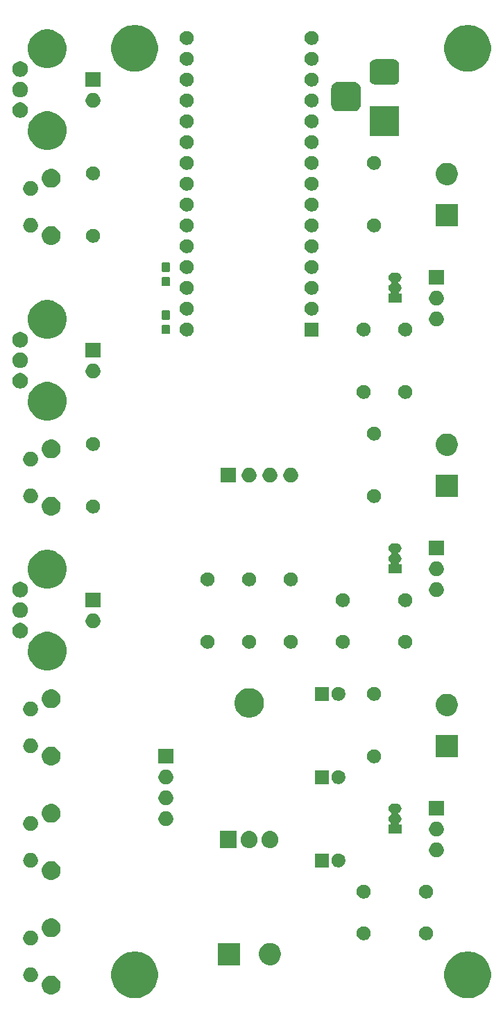
<source format=gbr>
G04 #@! TF.GenerationSoftware,KiCad,Pcbnew,5.1.5+dfsg1-2build2*
G04 #@! TF.CreationDate,2021-03-26T16:18:19-07:00*
G04 #@! TF.ProjectId,ssrcontroller_mcu,73737263-6f6e-4747-926f-6c6c65725f6d,rev?*
G04 #@! TF.SameCoordinates,Original*
G04 #@! TF.FileFunction,Soldermask,Top*
G04 #@! TF.FilePolarity,Negative*
%FSLAX46Y46*%
G04 Gerber Fmt 4.6, Leading zero omitted, Abs format (unit mm)*
G04 Created by KiCad (PCBNEW 5.1.5+dfsg1-2build2) date 2021-03-26 16:18:19*
%MOMM*%
%LPD*%
G04 APERTURE LIST*
%ADD10C,0.100000*%
G04 APERTURE END LIST*
D10*
X55205000Y-177780000D02*
G75*
G03X55205000Y-177780000I-635000J0D01*
G01*
X55205000Y-170780000D02*
G75*
G03X55205000Y-170780000I-635000J0D01*
G01*
X52514500Y-172030000D02*
G75*
G03X52514500Y-172030000I-444500J0D01*
G01*
X52514500Y-176530000D02*
G75*
G03X52514500Y-176530000I-444500J0D01*
G01*
X55205000Y-119360000D02*
G75*
G03X55205000Y-119360000I-635000J0D01*
G01*
X55205000Y-112360000D02*
G75*
G03X55205000Y-112360000I-635000J0D01*
G01*
X52514500Y-113610000D02*
G75*
G03X52514500Y-113610000I-444500J0D01*
G01*
X52514500Y-118110000D02*
G75*
G03X52514500Y-118110000I-444500J0D01*
G01*
X55205000Y-163810000D02*
G75*
G03X55205000Y-163810000I-635000J0D01*
G01*
X55205000Y-156810000D02*
G75*
G03X55205000Y-156810000I-635000J0D01*
G01*
X52514500Y-158060000D02*
G75*
G03X52514500Y-158060000I-444500J0D01*
G01*
X52514500Y-162560000D02*
G75*
G03X52514500Y-162560000I-444500J0D01*
G01*
X55205000Y-149840000D02*
G75*
G03X55205000Y-149840000I-635000J0D01*
G01*
X55205000Y-142840000D02*
G75*
G03X55205000Y-142840000I-635000J0D01*
G01*
X52514500Y-144090000D02*
G75*
G03X52514500Y-144090000I-444500J0D01*
G01*
X52514500Y-148590000D02*
G75*
G03X52514500Y-148590000I-444500J0D01*
G01*
X55205000Y-86340000D02*
G75*
G03X55205000Y-86340000I-635000J0D01*
G01*
X55205000Y-79340000D02*
G75*
G03X55205000Y-79340000I-635000J0D01*
G01*
X52514500Y-80590000D02*
G75*
G03X52514500Y-80590000I-444500J0D01*
G01*
X52514500Y-85090000D02*
G75*
G03X52514500Y-85090000I-444500J0D01*
G01*
G36*
X105966202Y-173733781D02*
G01*
X106241606Y-173788562D01*
X106760455Y-174003476D01*
X107227407Y-174315484D01*
X107624516Y-174712593D01*
X107936524Y-175179545D01*
X108151438Y-175698394D01*
X108261000Y-176249201D01*
X108261000Y-176810799D01*
X108151438Y-177361606D01*
X107936524Y-177880455D01*
X107779315Y-178115734D01*
X107639353Y-178325203D01*
X107624516Y-178347407D01*
X107227407Y-178744516D01*
X106760455Y-179056524D01*
X106241606Y-179271438D01*
X105966202Y-179326219D01*
X105690800Y-179381000D01*
X105129200Y-179381000D01*
X104853798Y-179326219D01*
X104578394Y-179271438D01*
X104059545Y-179056524D01*
X103592593Y-178744516D01*
X103195484Y-178347407D01*
X103180648Y-178325203D01*
X103040685Y-178115734D01*
X102883476Y-177880455D01*
X102668562Y-177361606D01*
X102559000Y-176810799D01*
X102559000Y-176249201D01*
X102668562Y-175698394D01*
X102883476Y-175179545D01*
X103195484Y-174712593D01*
X103592593Y-174315484D01*
X104059545Y-174003476D01*
X104578394Y-173788562D01*
X104853798Y-173733781D01*
X105129200Y-173679000D01*
X105690800Y-173679000D01*
X105966202Y-173733781D01*
G37*
G36*
X65326202Y-173733781D02*
G01*
X65601606Y-173788562D01*
X66120455Y-174003476D01*
X66587407Y-174315484D01*
X66984516Y-174712593D01*
X67296524Y-175179545D01*
X67511438Y-175698394D01*
X67621000Y-176249201D01*
X67621000Y-176810799D01*
X67511438Y-177361606D01*
X67296524Y-177880455D01*
X67139315Y-178115734D01*
X66999353Y-178325203D01*
X66984516Y-178347407D01*
X66587407Y-178744516D01*
X66120455Y-179056524D01*
X65601606Y-179271438D01*
X65326202Y-179326219D01*
X65050800Y-179381000D01*
X64489200Y-179381000D01*
X64213798Y-179326219D01*
X63938394Y-179271438D01*
X63419545Y-179056524D01*
X62952593Y-178744516D01*
X62555484Y-178347407D01*
X62540648Y-178325203D01*
X62400685Y-178115734D01*
X62243476Y-177880455D01*
X62028562Y-177361606D01*
X61919000Y-176810799D01*
X61919000Y-176249201D01*
X62028562Y-175698394D01*
X62243476Y-175179545D01*
X62555484Y-174712593D01*
X62952593Y-174315484D01*
X63419545Y-174003476D01*
X63938394Y-173788562D01*
X64213798Y-173733781D01*
X64489200Y-173679000D01*
X65050800Y-173679000D01*
X65326202Y-173733781D01*
G37*
G36*
X54794549Y-176651116D02*
G01*
X54905734Y-176673232D01*
X55115203Y-176759997D01*
X55303720Y-176885960D01*
X55464040Y-177046280D01*
X55590003Y-177234797D01*
X55676768Y-177444266D01*
X55721000Y-177666636D01*
X55721000Y-177893364D01*
X55676768Y-178115734D01*
X55590003Y-178325203D01*
X55464040Y-178513720D01*
X55303720Y-178674040D01*
X55115203Y-178800003D01*
X54905734Y-178886768D01*
X54794549Y-178908884D01*
X54683365Y-178931000D01*
X54456635Y-178931000D01*
X54345451Y-178908884D01*
X54234266Y-178886768D01*
X54024797Y-178800003D01*
X53836280Y-178674040D01*
X53675960Y-178513720D01*
X53549997Y-178325203D01*
X53463232Y-178115734D01*
X53419000Y-177893364D01*
X53419000Y-177666636D01*
X53463232Y-177444266D01*
X53549997Y-177234797D01*
X53675960Y-177046280D01*
X53836280Y-176885960D01*
X54024797Y-176759997D01*
X54234266Y-176673232D01*
X54345451Y-176651116D01*
X54456635Y-176629000D01*
X54683365Y-176629000D01*
X54794549Y-176651116D01*
G37*
G36*
X52183512Y-175633927D02*
G01*
X52332812Y-175663624D01*
X52496784Y-175731544D01*
X52644354Y-175830147D01*
X52769853Y-175955646D01*
X52868456Y-176103216D01*
X52936376Y-176267188D01*
X52966073Y-176416488D01*
X52971000Y-176441258D01*
X52971000Y-176618742D01*
X52966073Y-176643512D01*
X52936376Y-176792812D01*
X52868456Y-176956784D01*
X52769853Y-177104354D01*
X52644354Y-177229853D01*
X52496784Y-177328456D01*
X52332812Y-177396376D01*
X52183512Y-177426073D01*
X52158742Y-177431000D01*
X51981258Y-177431000D01*
X51956488Y-177426073D01*
X51807188Y-177396376D01*
X51643216Y-177328456D01*
X51495646Y-177229853D01*
X51370147Y-177104354D01*
X51271544Y-176956784D01*
X51203624Y-176792812D01*
X51173927Y-176643512D01*
X51169000Y-176618742D01*
X51169000Y-176441258D01*
X51173927Y-176416488D01*
X51203624Y-176267188D01*
X51271544Y-176103216D01*
X51370147Y-175955646D01*
X51495646Y-175830147D01*
X51643216Y-175731544D01*
X51807188Y-175663624D01*
X51956488Y-175633927D01*
X51981258Y-175629000D01*
X52158742Y-175629000D01*
X52183512Y-175633927D01*
G37*
G36*
X77631000Y-175341000D02*
G01*
X74929000Y-175341000D01*
X74929000Y-172639000D01*
X77631000Y-172639000D01*
X77631000Y-175341000D01*
G37*
G36*
X81674072Y-172690918D02*
G01*
X81768068Y-172729852D01*
X81919939Y-172792759D01*
X82141212Y-172940610D01*
X82329390Y-173128788D01*
X82477241Y-173350061D01*
X82579082Y-173595928D01*
X82631000Y-173856938D01*
X82631000Y-174123062D01*
X82579082Y-174384072D01*
X82477241Y-174629939D01*
X82329390Y-174851212D01*
X82141212Y-175039390D01*
X81919939Y-175187241D01*
X81919938Y-175187242D01*
X81919937Y-175187242D01*
X81674072Y-175289082D01*
X81413063Y-175341000D01*
X81146937Y-175341000D01*
X80885928Y-175289082D01*
X80640063Y-175187242D01*
X80640062Y-175187242D01*
X80640061Y-175187241D01*
X80418788Y-175039390D01*
X80230610Y-174851212D01*
X80082759Y-174629939D01*
X79980918Y-174384072D01*
X79929000Y-174123062D01*
X79929000Y-173856938D01*
X79980918Y-173595928D01*
X80082759Y-173350061D01*
X80230610Y-173128788D01*
X80418788Y-172940610D01*
X80640061Y-172792759D01*
X80791933Y-172729852D01*
X80885928Y-172690918D01*
X81146937Y-172639000D01*
X81413063Y-172639000D01*
X81674072Y-172690918D01*
G37*
G36*
X52183512Y-171133927D02*
G01*
X52332812Y-171163624D01*
X52496784Y-171231544D01*
X52644354Y-171330147D01*
X52769853Y-171455646D01*
X52868456Y-171603216D01*
X52936376Y-171767188D01*
X52960161Y-171886768D01*
X52968960Y-171931000D01*
X52971000Y-171941259D01*
X52971000Y-172118741D01*
X52936376Y-172292812D01*
X52868456Y-172456784D01*
X52769853Y-172604354D01*
X52644354Y-172729853D01*
X52496784Y-172828456D01*
X52332812Y-172896376D01*
X52183512Y-172926073D01*
X52158742Y-172931000D01*
X51981258Y-172931000D01*
X51956488Y-172926073D01*
X51807188Y-172896376D01*
X51643216Y-172828456D01*
X51495646Y-172729853D01*
X51370147Y-172604354D01*
X51271544Y-172456784D01*
X51203624Y-172292812D01*
X51169000Y-172118741D01*
X51169000Y-171941259D01*
X51171041Y-171931000D01*
X51179839Y-171886768D01*
X51203624Y-171767188D01*
X51271544Y-171603216D01*
X51370147Y-171455646D01*
X51495646Y-171330147D01*
X51643216Y-171231544D01*
X51807188Y-171163624D01*
X51956488Y-171133927D01*
X51981258Y-171129000D01*
X52158742Y-171129000D01*
X52183512Y-171133927D01*
G37*
G36*
X100578228Y-170631703D02*
G01*
X100733100Y-170695853D01*
X100872481Y-170788985D01*
X100991015Y-170907519D01*
X101084147Y-171046900D01*
X101148297Y-171201772D01*
X101181000Y-171366184D01*
X101181000Y-171533816D01*
X101148297Y-171698228D01*
X101084147Y-171853100D01*
X100991015Y-171992481D01*
X100872481Y-172111015D01*
X100733100Y-172204147D01*
X100578228Y-172268297D01*
X100413816Y-172301000D01*
X100246184Y-172301000D01*
X100081772Y-172268297D01*
X99926900Y-172204147D01*
X99787519Y-172111015D01*
X99668985Y-171992481D01*
X99575853Y-171853100D01*
X99511703Y-171698228D01*
X99479000Y-171533816D01*
X99479000Y-171366184D01*
X99511703Y-171201772D01*
X99575853Y-171046900D01*
X99668985Y-170907519D01*
X99787519Y-170788985D01*
X99926900Y-170695853D01*
X100081772Y-170631703D01*
X100246184Y-170599000D01*
X100413816Y-170599000D01*
X100578228Y-170631703D01*
G37*
G36*
X92958228Y-170631703D02*
G01*
X93113100Y-170695853D01*
X93252481Y-170788985D01*
X93371015Y-170907519D01*
X93464147Y-171046900D01*
X93528297Y-171201772D01*
X93561000Y-171366184D01*
X93561000Y-171533816D01*
X93528297Y-171698228D01*
X93464147Y-171853100D01*
X93371015Y-171992481D01*
X93252481Y-172111015D01*
X93113100Y-172204147D01*
X92958228Y-172268297D01*
X92793816Y-172301000D01*
X92626184Y-172301000D01*
X92461772Y-172268297D01*
X92306900Y-172204147D01*
X92167519Y-172111015D01*
X92048985Y-171992481D01*
X91955853Y-171853100D01*
X91891703Y-171698228D01*
X91859000Y-171533816D01*
X91859000Y-171366184D01*
X91891703Y-171201772D01*
X91955853Y-171046900D01*
X92048985Y-170907519D01*
X92167519Y-170788985D01*
X92306900Y-170695853D01*
X92461772Y-170631703D01*
X92626184Y-170599000D01*
X92793816Y-170599000D01*
X92958228Y-170631703D01*
G37*
G36*
X54794549Y-169651116D02*
G01*
X54905734Y-169673232D01*
X55115203Y-169759997D01*
X55303720Y-169885960D01*
X55464040Y-170046280D01*
X55590003Y-170234797D01*
X55590004Y-170234799D01*
X55676768Y-170444267D01*
X55721000Y-170666635D01*
X55721000Y-170893365D01*
X55718184Y-170907520D01*
X55676768Y-171115734D01*
X55590003Y-171325203D01*
X55464040Y-171513720D01*
X55303720Y-171674040D01*
X55115203Y-171800003D01*
X54905734Y-171886768D01*
X54794549Y-171908884D01*
X54683365Y-171931000D01*
X54456635Y-171931000D01*
X54345451Y-171908884D01*
X54234266Y-171886768D01*
X54024797Y-171800003D01*
X53836280Y-171674040D01*
X53675960Y-171513720D01*
X53549997Y-171325203D01*
X53463232Y-171115734D01*
X53421816Y-170907520D01*
X53419000Y-170893365D01*
X53419000Y-170666635D01*
X53463232Y-170444267D01*
X53549996Y-170234799D01*
X53549997Y-170234797D01*
X53675960Y-170046280D01*
X53836280Y-169885960D01*
X54024797Y-169759997D01*
X54234266Y-169673232D01*
X54345451Y-169651116D01*
X54456635Y-169629000D01*
X54683365Y-169629000D01*
X54794549Y-169651116D01*
G37*
G36*
X100578228Y-165551703D02*
G01*
X100733100Y-165615853D01*
X100872481Y-165708985D01*
X100991015Y-165827519D01*
X101084147Y-165966900D01*
X101148297Y-166121772D01*
X101181000Y-166286184D01*
X101181000Y-166453816D01*
X101148297Y-166618228D01*
X101084147Y-166773100D01*
X100991015Y-166912481D01*
X100872481Y-167031015D01*
X100733100Y-167124147D01*
X100578228Y-167188297D01*
X100413816Y-167221000D01*
X100246184Y-167221000D01*
X100081772Y-167188297D01*
X99926900Y-167124147D01*
X99787519Y-167031015D01*
X99668985Y-166912481D01*
X99575853Y-166773100D01*
X99511703Y-166618228D01*
X99479000Y-166453816D01*
X99479000Y-166286184D01*
X99511703Y-166121772D01*
X99575853Y-165966900D01*
X99668985Y-165827519D01*
X99787519Y-165708985D01*
X99926900Y-165615853D01*
X100081772Y-165551703D01*
X100246184Y-165519000D01*
X100413816Y-165519000D01*
X100578228Y-165551703D01*
G37*
G36*
X92958228Y-165551703D02*
G01*
X93113100Y-165615853D01*
X93252481Y-165708985D01*
X93371015Y-165827519D01*
X93464147Y-165966900D01*
X93528297Y-166121772D01*
X93561000Y-166286184D01*
X93561000Y-166453816D01*
X93528297Y-166618228D01*
X93464147Y-166773100D01*
X93371015Y-166912481D01*
X93252481Y-167031015D01*
X93113100Y-167124147D01*
X92958228Y-167188297D01*
X92793816Y-167221000D01*
X92626184Y-167221000D01*
X92461772Y-167188297D01*
X92306900Y-167124147D01*
X92167519Y-167031015D01*
X92048985Y-166912481D01*
X91955853Y-166773100D01*
X91891703Y-166618228D01*
X91859000Y-166453816D01*
X91859000Y-166286184D01*
X91891703Y-166121772D01*
X91955853Y-165966900D01*
X92048985Y-165827519D01*
X92167519Y-165708985D01*
X92306900Y-165615853D01*
X92461772Y-165551703D01*
X92626184Y-165519000D01*
X92793816Y-165519000D01*
X92958228Y-165551703D01*
G37*
G36*
X54794549Y-162681116D02*
G01*
X54905734Y-162703232D01*
X55115203Y-162789997D01*
X55303720Y-162915960D01*
X55464040Y-163076280D01*
X55590003Y-163264797D01*
X55676768Y-163474266D01*
X55721000Y-163696636D01*
X55721000Y-163923364D01*
X55676768Y-164145734D01*
X55590003Y-164355203D01*
X55464040Y-164543720D01*
X55303720Y-164704040D01*
X55115203Y-164830003D01*
X54905734Y-164916768D01*
X54794549Y-164938884D01*
X54683365Y-164961000D01*
X54456635Y-164961000D01*
X54345451Y-164938884D01*
X54234266Y-164916768D01*
X54024797Y-164830003D01*
X53836280Y-164704040D01*
X53675960Y-164543720D01*
X53549997Y-164355203D01*
X53463232Y-164145734D01*
X53419000Y-163923364D01*
X53419000Y-163696636D01*
X53463232Y-163474266D01*
X53549997Y-163264797D01*
X53675960Y-163076280D01*
X53836280Y-162915960D01*
X54024797Y-162789997D01*
X54234266Y-162703232D01*
X54345451Y-162681116D01*
X54456635Y-162659000D01*
X54683365Y-162659000D01*
X54794549Y-162681116D01*
G37*
G36*
X52183512Y-161663927D02*
G01*
X52332812Y-161693624D01*
X52496784Y-161761544D01*
X52644354Y-161860147D01*
X52769853Y-161985646D01*
X52868456Y-162133216D01*
X52936376Y-162297188D01*
X52966073Y-162446488D01*
X52971000Y-162471258D01*
X52971000Y-162648742D01*
X52966073Y-162673512D01*
X52936376Y-162822812D01*
X52868456Y-162986784D01*
X52769853Y-163134354D01*
X52644354Y-163259853D01*
X52496784Y-163358456D01*
X52332812Y-163426376D01*
X52183512Y-163456073D01*
X52158742Y-163461000D01*
X51981258Y-163461000D01*
X51956488Y-163456073D01*
X51807188Y-163426376D01*
X51643216Y-163358456D01*
X51495646Y-163259853D01*
X51370147Y-163134354D01*
X51271544Y-162986784D01*
X51203624Y-162822812D01*
X51173927Y-162673512D01*
X51169000Y-162648742D01*
X51169000Y-162471258D01*
X51173927Y-162446488D01*
X51203624Y-162297188D01*
X51271544Y-162133216D01*
X51370147Y-161985646D01*
X51495646Y-161860147D01*
X51643216Y-161761544D01*
X51807188Y-161693624D01*
X51956488Y-161663927D01*
X51981258Y-161659000D01*
X52158742Y-161659000D01*
X52183512Y-161663927D01*
G37*
G36*
X89878228Y-161741703D02*
G01*
X90033100Y-161805853D01*
X90172481Y-161898985D01*
X90291015Y-162017519D01*
X90384147Y-162156900D01*
X90448297Y-162311772D01*
X90481000Y-162476184D01*
X90481000Y-162643816D01*
X90448297Y-162808228D01*
X90384147Y-162963100D01*
X90291015Y-163102481D01*
X90172481Y-163221015D01*
X90033100Y-163314147D01*
X89878228Y-163378297D01*
X89713816Y-163411000D01*
X89546184Y-163411000D01*
X89381772Y-163378297D01*
X89226900Y-163314147D01*
X89087519Y-163221015D01*
X88968985Y-163102481D01*
X88875853Y-162963100D01*
X88811703Y-162808228D01*
X88779000Y-162643816D01*
X88779000Y-162476184D01*
X88811703Y-162311772D01*
X88875853Y-162156900D01*
X88968985Y-162017519D01*
X89087519Y-161898985D01*
X89226900Y-161805853D01*
X89381772Y-161741703D01*
X89546184Y-161709000D01*
X89713816Y-161709000D01*
X89878228Y-161741703D01*
G37*
G36*
X88481000Y-163411000D02*
G01*
X86779000Y-163411000D01*
X86779000Y-161709000D01*
X88481000Y-161709000D01*
X88481000Y-163411000D01*
G37*
G36*
X101713512Y-160393927D02*
G01*
X101862812Y-160423624D01*
X102026784Y-160491544D01*
X102174354Y-160590147D01*
X102299853Y-160715646D01*
X102398456Y-160863216D01*
X102466376Y-161027188D01*
X102501000Y-161201259D01*
X102501000Y-161378741D01*
X102466376Y-161552812D01*
X102398456Y-161716784D01*
X102299853Y-161864354D01*
X102174354Y-161989853D01*
X102026784Y-162088456D01*
X101862812Y-162156376D01*
X101713512Y-162186073D01*
X101688742Y-162191000D01*
X101511258Y-162191000D01*
X101486488Y-162186073D01*
X101337188Y-162156376D01*
X101173216Y-162088456D01*
X101025646Y-161989853D01*
X100900147Y-161864354D01*
X100801544Y-161716784D01*
X100733624Y-161552812D01*
X100699000Y-161378741D01*
X100699000Y-161201259D01*
X100733624Y-161027188D01*
X100801544Y-160863216D01*
X100900147Y-160715646D01*
X101025646Y-160590147D01*
X101173216Y-160491544D01*
X101337188Y-160423624D01*
X101486488Y-160393927D01*
X101511258Y-160389000D01*
X101688742Y-160389000D01*
X101713512Y-160393927D01*
G37*
G36*
X81476719Y-158983520D02*
G01*
X81665880Y-159040901D01*
X81665883Y-159040902D01*
X81758333Y-159090318D01*
X81840212Y-159134083D01*
X81993015Y-159259485D01*
X82118417Y-159412288D01*
X82211599Y-159586619D01*
X82268980Y-159775780D01*
X82283500Y-159923206D01*
X82283500Y-160116793D01*
X82268980Y-160264219D01*
X82231128Y-160389000D01*
X82211598Y-160453383D01*
X82191200Y-160491544D01*
X82118417Y-160627712D01*
X81993015Y-160780515D01*
X81840212Y-160905917D01*
X81665881Y-160999099D01*
X81476720Y-161056480D01*
X81280000Y-161075855D01*
X81083281Y-161056480D01*
X80894120Y-160999099D01*
X80719788Y-160905917D01*
X80566985Y-160780515D01*
X80441583Y-160627712D01*
X80348401Y-160453381D01*
X80291020Y-160264220D01*
X80276500Y-160116794D01*
X80276500Y-159923207D01*
X80291020Y-159775781D01*
X80348401Y-159586620D01*
X80348402Y-159586617D01*
X80421505Y-159449852D01*
X80441583Y-159412288D01*
X80566985Y-159259485D01*
X80719788Y-159134083D01*
X80894119Y-159040901D01*
X81083280Y-158983520D01*
X81280000Y-158964145D01*
X81476719Y-158983520D01*
G37*
G36*
X78936719Y-158983520D02*
G01*
X79125880Y-159040901D01*
X79125883Y-159040902D01*
X79218333Y-159090318D01*
X79300212Y-159134083D01*
X79453015Y-159259485D01*
X79578417Y-159412288D01*
X79671599Y-159586619D01*
X79728980Y-159775780D01*
X79743500Y-159923206D01*
X79743500Y-160116793D01*
X79728980Y-160264219D01*
X79691128Y-160389000D01*
X79671598Y-160453383D01*
X79651200Y-160491544D01*
X79578417Y-160627712D01*
X79453015Y-160780515D01*
X79300212Y-160905917D01*
X79125881Y-160999099D01*
X78936720Y-161056480D01*
X78740000Y-161075855D01*
X78543281Y-161056480D01*
X78354120Y-160999099D01*
X78179788Y-160905917D01*
X78026985Y-160780515D01*
X77901583Y-160627712D01*
X77808401Y-160453381D01*
X77751020Y-160264220D01*
X77736500Y-160116794D01*
X77736500Y-159923207D01*
X77751020Y-159775781D01*
X77808401Y-159586620D01*
X77808402Y-159586617D01*
X77881505Y-159449852D01*
X77901583Y-159412288D01*
X78026985Y-159259485D01*
X78179788Y-159134083D01*
X78354119Y-159040901D01*
X78543280Y-158983520D01*
X78740000Y-158964145D01*
X78936719Y-158983520D01*
G37*
G36*
X77203500Y-161071000D02*
G01*
X75196500Y-161071000D01*
X75196500Y-158969000D01*
X77203500Y-158969000D01*
X77203500Y-161071000D01*
G37*
G36*
X101713512Y-157853927D02*
G01*
X101862812Y-157883624D01*
X102026784Y-157951544D01*
X102174354Y-158050147D01*
X102299853Y-158175646D01*
X102398456Y-158323216D01*
X102466376Y-158487188D01*
X102501000Y-158661259D01*
X102501000Y-158838741D01*
X102466376Y-159012812D01*
X102398456Y-159176784D01*
X102299853Y-159324354D01*
X102174354Y-159449853D01*
X102026784Y-159548456D01*
X101862812Y-159616376D01*
X101713512Y-159646073D01*
X101688742Y-159651000D01*
X101511258Y-159651000D01*
X101486488Y-159646073D01*
X101337188Y-159616376D01*
X101173216Y-159548456D01*
X101025646Y-159449853D01*
X100900147Y-159324354D01*
X100801544Y-159176784D01*
X100733624Y-159012812D01*
X100699000Y-158838741D01*
X100699000Y-158661259D01*
X100733624Y-158487188D01*
X100801544Y-158323216D01*
X100900147Y-158175646D01*
X101025646Y-158050147D01*
X101173216Y-157951544D01*
X101337188Y-157883624D01*
X101486488Y-157853927D01*
X101511258Y-157849000D01*
X101688742Y-157849000D01*
X101713512Y-157853927D01*
G37*
G36*
X96857916Y-155642334D02*
G01*
X96966492Y-155675271D01*
X96966495Y-155675272D01*
X97002601Y-155694571D01*
X97066557Y-155728756D01*
X97154264Y-155800736D01*
X97226244Y-155888443D01*
X97260429Y-155952399D01*
X97279728Y-155988505D01*
X97279729Y-155988508D01*
X97312666Y-156097084D01*
X97323787Y-156210000D01*
X97312666Y-156322916D01*
X97279729Y-156431492D01*
X97279728Y-156431495D01*
X97260429Y-156467601D01*
X97226244Y-156531557D01*
X97154264Y-156619264D01*
X97066557Y-156691244D01*
X96985141Y-156734761D01*
X96964766Y-156748375D01*
X96947439Y-156765702D01*
X96933826Y-156786076D01*
X96924448Y-156808715D01*
X96919668Y-156832748D01*
X96919668Y-156857252D01*
X96924448Y-156881285D01*
X96933826Y-156903924D01*
X96947440Y-156924299D01*
X96964767Y-156941626D01*
X96985141Y-156955239D01*
X97066557Y-156998756D01*
X97154264Y-157070736D01*
X97226244Y-157158443D01*
X97257643Y-157217188D01*
X97279728Y-157258505D01*
X97279729Y-157258508D01*
X97312666Y-157367084D01*
X97323787Y-157480000D01*
X97312666Y-157592916D01*
X97279729Y-157701492D01*
X97279728Y-157701495D01*
X97260429Y-157737601D01*
X97226244Y-157801557D01*
X97154264Y-157889264D01*
X97077354Y-157952383D01*
X97060035Y-157969702D01*
X97046421Y-157990077D01*
X97037043Y-158012716D01*
X97032263Y-158036749D01*
X97032263Y-158061253D01*
X97037043Y-158085286D01*
X97046421Y-158107925D01*
X97060034Y-158128299D01*
X97077361Y-158145626D01*
X97097736Y-158159240D01*
X97120375Y-158168618D01*
X97144408Y-158173398D01*
X97156660Y-158174000D01*
X97321000Y-158174000D01*
X97321000Y-159326000D01*
X95719000Y-159326000D01*
X95719000Y-158174000D01*
X95883340Y-158174000D01*
X95907726Y-158171598D01*
X95931175Y-158164485D01*
X95952786Y-158152934D01*
X95971728Y-158137389D01*
X95987273Y-158118447D01*
X95998824Y-158096836D01*
X96005937Y-158073387D01*
X96008339Y-158049001D01*
X96005937Y-158024615D01*
X95998824Y-158001166D01*
X95987273Y-157979555D01*
X95971728Y-157960613D01*
X95962655Y-157952391D01*
X95885736Y-157889264D01*
X95813756Y-157801557D01*
X95779571Y-157737601D01*
X95760272Y-157701495D01*
X95760271Y-157701492D01*
X95727334Y-157592916D01*
X95716213Y-157480000D01*
X95727334Y-157367084D01*
X95760271Y-157258508D01*
X95760272Y-157258505D01*
X95782357Y-157217188D01*
X95813756Y-157158443D01*
X95885736Y-157070736D01*
X95973443Y-156998756D01*
X96054859Y-156955239D01*
X96075234Y-156941625D01*
X96092561Y-156924298D01*
X96106174Y-156903924D01*
X96115552Y-156881285D01*
X96120332Y-156857252D01*
X96120332Y-156832748D01*
X96115552Y-156808715D01*
X96106174Y-156786076D01*
X96092560Y-156765701D01*
X96075233Y-156748374D01*
X96054859Y-156734761D01*
X95973443Y-156691244D01*
X95885736Y-156619264D01*
X95813756Y-156531557D01*
X95779571Y-156467601D01*
X95760272Y-156431495D01*
X95760271Y-156431492D01*
X95727334Y-156322916D01*
X95716213Y-156210000D01*
X95727334Y-156097084D01*
X95760271Y-155988508D01*
X95760272Y-155988505D01*
X95779571Y-155952399D01*
X95813756Y-155888443D01*
X95885736Y-155800736D01*
X95973443Y-155728756D01*
X96037399Y-155694571D01*
X96073505Y-155675272D01*
X96073508Y-155675271D01*
X96182084Y-155642334D01*
X96266702Y-155634000D01*
X96773298Y-155634000D01*
X96857916Y-155642334D01*
G37*
G36*
X52183512Y-157163927D02*
G01*
X52332812Y-157193624D01*
X52496784Y-157261544D01*
X52644354Y-157360147D01*
X52769853Y-157485646D01*
X52868456Y-157633216D01*
X52936376Y-157797188D01*
X52958175Y-157906782D01*
X52968960Y-157961000D01*
X52971000Y-157971259D01*
X52971000Y-158148741D01*
X52936376Y-158322812D01*
X52868456Y-158486784D01*
X52769853Y-158634354D01*
X52644354Y-158759853D01*
X52496784Y-158858456D01*
X52332812Y-158926376D01*
X52183512Y-158956073D01*
X52158742Y-158961000D01*
X51981258Y-158961000D01*
X51956488Y-158956073D01*
X51807188Y-158926376D01*
X51643216Y-158858456D01*
X51495646Y-158759853D01*
X51370147Y-158634354D01*
X51271544Y-158486784D01*
X51203624Y-158322812D01*
X51169000Y-158148741D01*
X51169000Y-157971259D01*
X51171041Y-157961000D01*
X51181825Y-157906782D01*
X51203624Y-157797188D01*
X51271544Y-157633216D01*
X51370147Y-157485646D01*
X51495646Y-157360147D01*
X51643216Y-157261544D01*
X51807188Y-157193624D01*
X51956488Y-157163927D01*
X51981258Y-157159000D01*
X52158742Y-157159000D01*
X52183512Y-157163927D01*
G37*
G36*
X68693512Y-156583927D02*
G01*
X68842812Y-156613624D01*
X69006784Y-156681544D01*
X69154354Y-156780147D01*
X69279853Y-156905646D01*
X69378456Y-157053216D01*
X69446376Y-157217188D01*
X69481000Y-157391259D01*
X69481000Y-157568741D01*
X69446376Y-157742812D01*
X69378456Y-157906784D01*
X69279853Y-158054354D01*
X69154354Y-158179853D01*
X69006784Y-158278456D01*
X68842812Y-158346376D01*
X68693512Y-158376073D01*
X68668742Y-158381000D01*
X68491258Y-158381000D01*
X68466488Y-158376073D01*
X68317188Y-158346376D01*
X68153216Y-158278456D01*
X68005646Y-158179853D01*
X67880147Y-158054354D01*
X67781544Y-157906784D01*
X67713624Y-157742812D01*
X67679000Y-157568741D01*
X67679000Y-157391259D01*
X67713624Y-157217188D01*
X67781544Y-157053216D01*
X67880147Y-156905646D01*
X68005646Y-156780147D01*
X68153216Y-156681544D01*
X68317188Y-156613624D01*
X68466488Y-156583927D01*
X68491258Y-156579000D01*
X68668742Y-156579000D01*
X68693512Y-156583927D01*
G37*
G36*
X54765164Y-155675271D02*
G01*
X54905734Y-155703232D01*
X55115203Y-155789997D01*
X55303720Y-155915960D01*
X55464040Y-156076280D01*
X55590003Y-156264797D01*
X55659052Y-156431495D01*
X55676768Y-156474267D01*
X55721000Y-156696635D01*
X55721000Y-156923365D01*
X55714660Y-156955239D01*
X55676768Y-157145734D01*
X55590003Y-157355203D01*
X55464040Y-157543720D01*
X55303720Y-157704040D01*
X55115203Y-157830003D01*
X54905734Y-157916768D01*
X54794549Y-157938884D01*
X54683365Y-157961000D01*
X54456635Y-157961000D01*
X54345451Y-157938884D01*
X54234266Y-157916768D01*
X54024797Y-157830003D01*
X53836280Y-157704040D01*
X53675960Y-157543720D01*
X53549997Y-157355203D01*
X53463232Y-157145734D01*
X53425340Y-156955239D01*
X53419000Y-156923365D01*
X53419000Y-156696635D01*
X53463232Y-156474267D01*
X53480949Y-156431495D01*
X53549997Y-156264797D01*
X53675960Y-156076280D01*
X53836280Y-155915960D01*
X54024797Y-155789997D01*
X54234266Y-155703232D01*
X54374836Y-155675271D01*
X54456635Y-155659000D01*
X54683365Y-155659000D01*
X54765164Y-155675271D01*
G37*
G36*
X102501000Y-157111000D02*
G01*
X100699000Y-157111000D01*
X100699000Y-155309000D01*
X102501000Y-155309000D01*
X102501000Y-157111000D01*
G37*
G36*
X68693512Y-154043927D02*
G01*
X68842812Y-154073624D01*
X69006784Y-154141544D01*
X69154354Y-154240147D01*
X69279853Y-154365646D01*
X69378456Y-154513216D01*
X69446376Y-154677188D01*
X69481000Y-154851259D01*
X69481000Y-155028741D01*
X69446376Y-155202812D01*
X69378456Y-155366784D01*
X69279853Y-155514354D01*
X69154354Y-155639853D01*
X69006784Y-155738456D01*
X68842812Y-155806376D01*
X68693512Y-155836073D01*
X68668742Y-155841000D01*
X68491258Y-155841000D01*
X68466488Y-155836073D01*
X68317188Y-155806376D01*
X68153216Y-155738456D01*
X68005646Y-155639853D01*
X67880147Y-155514354D01*
X67781544Y-155366784D01*
X67713624Y-155202812D01*
X67679000Y-155028741D01*
X67679000Y-154851259D01*
X67713624Y-154677188D01*
X67781544Y-154513216D01*
X67880147Y-154365646D01*
X68005646Y-154240147D01*
X68153216Y-154141544D01*
X68317188Y-154073624D01*
X68466488Y-154043927D01*
X68491258Y-154039000D01*
X68668742Y-154039000D01*
X68693512Y-154043927D01*
G37*
G36*
X68693512Y-151503927D02*
G01*
X68842812Y-151533624D01*
X69006784Y-151601544D01*
X69154354Y-151700147D01*
X69279853Y-151825646D01*
X69378456Y-151973216D01*
X69446376Y-152137188D01*
X69481000Y-152311259D01*
X69481000Y-152488741D01*
X69446376Y-152662812D01*
X69378456Y-152826784D01*
X69279853Y-152974354D01*
X69154354Y-153099853D01*
X69006784Y-153198456D01*
X68842812Y-153266376D01*
X68693512Y-153296073D01*
X68668742Y-153301000D01*
X68491258Y-153301000D01*
X68466488Y-153296073D01*
X68317188Y-153266376D01*
X68153216Y-153198456D01*
X68005646Y-153099853D01*
X67880147Y-152974354D01*
X67781544Y-152826784D01*
X67713624Y-152662812D01*
X67679000Y-152488741D01*
X67679000Y-152311259D01*
X67713624Y-152137188D01*
X67781544Y-151973216D01*
X67880147Y-151825646D01*
X68005646Y-151700147D01*
X68153216Y-151601544D01*
X68317188Y-151533624D01*
X68466488Y-151503927D01*
X68491258Y-151499000D01*
X68668742Y-151499000D01*
X68693512Y-151503927D01*
G37*
G36*
X88481000Y-153251000D02*
G01*
X86779000Y-153251000D01*
X86779000Y-151549000D01*
X88481000Y-151549000D01*
X88481000Y-153251000D01*
G37*
G36*
X89878228Y-151581703D02*
G01*
X90033100Y-151645853D01*
X90172481Y-151738985D01*
X90291015Y-151857519D01*
X90384147Y-151996900D01*
X90448297Y-152151772D01*
X90481000Y-152316184D01*
X90481000Y-152483816D01*
X90448297Y-152648228D01*
X90384147Y-152803100D01*
X90291015Y-152942481D01*
X90172481Y-153061015D01*
X90033100Y-153154147D01*
X89878228Y-153218297D01*
X89713816Y-153251000D01*
X89546184Y-153251000D01*
X89381772Y-153218297D01*
X89226900Y-153154147D01*
X89087519Y-153061015D01*
X88968985Y-152942481D01*
X88875853Y-152803100D01*
X88811703Y-152648228D01*
X88779000Y-152483816D01*
X88779000Y-152316184D01*
X88811703Y-152151772D01*
X88875853Y-151996900D01*
X88968985Y-151857519D01*
X89087519Y-151738985D01*
X89226900Y-151645853D01*
X89381772Y-151581703D01*
X89546184Y-151549000D01*
X89713816Y-151549000D01*
X89878228Y-151581703D01*
G37*
G36*
X54794549Y-148711116D02*
G01*
X54905734Y-148733232D01*
X55115203Y-148819997D01*
X55303720Y-148945960D01*
X55464040Y-149106280D01*
X55590003Y-149294797D01*
X55676768Y-149504266D01*
X55721000Y-149726636D01*
X55721000Y-149953364D01*
X55676768Y-150175734D01*
X55590003Y-150385203D01*
X55464040Y-150573720D01*
X55303720Y-150734040D01*
X55115203Y-150860003D01*
X54905734Y-150946768D01*
X54794549Y-150968884D01*
X54683365Y-150991000D01*
X54456635Y-150991000D01*
X54345451Y-150968884D01*
X54234266Y-150946768D01*
X54024797Y-150860003D01*
X53836280Y-150734040D01*
X53675960Y-150573720D01*
X53549997Y-150385203D01*
X53463232Y-150175734D01*
X53419000Y-149953364D01*
X53419000Y-149726636D01*
X53463232Y-149504266D01*
X53549997Y-149294797D01*
X53675960Y-149106280D01*
X53836280Y-148945960D01*
X54024797Y-148819997D01*
X54234266Y-148733232D01*
X54345451Y-148711116D01*
X54456635Y-148689000D01*
X54683365Y-148689000D01*
X54794549Y-148711116D01*
G37*
G36*
X69481000Y-150761000D02*
G01*
X67679000Y-150761000D01*
X67679000Y-148959000D01*
X69481000Y-148959000D01*
X69481000Y-150761000D01*
G37*
G36*
X94228228Y-149041703D02*
G01*
X94383100Y-149105853D01*
X94522481Y-149198985D01*
X94641015Y-149317519D01*
X94734147Y-149456900D01*
X94798297Y-149611772D01*
X94831000Y-149776184D01*
X94831000Y-149943816D01*
X94798297Y-150108228D01*
X94734147Y-150263100D01*
X94641015Y-150402481D01*
X94522481Y-150521015D01*
X94383100Y-150614147D01*
X94228228Y-150678297D01*
X94063816Y-150711000D01*
X93896184Y-150711000D01*
X93731772Y-150678297D01*
X93576900Y-150614147D01*
X93437519Y-150521015D01*
X93318985Y-150402481D01*
X93225853Y-150263100D01*
X93161703Y-150108228D01*
X93129000Y-149943816D01*
X93129000Y-149776184D01*
X93161703Y-149611772D01*
X93225853Y-149456900D01*
X93318985Y-149317519D01*
X93437519Y-149198985D01*
X93576900Y-149105853D01*
X93731772Y-149041703D01*
X93896184Y-149009000D01*
X94063816Y-149009000D01*
X94228228Y-149041703D01*
G37*
G36*
X104221000Y-149941000D02*
G01*
X101519000Y-149941000D01*
X101519000Y-147239000D01*
X104221000Y-147239000D01*
X104221000Y-149941000D01*
G37*
G36*
X52183512Y-147693927D02*
G01*
X52332812Y-147723624D01*
X52496784Y-147791544D01*
X52644354Y-147890147D01*
X52769853Y-148015646D01*
X52868456Y-148163216D01*
X52936376Y-148327188D01*
X52966073Y-148476488D01*
X52971000Y-148501258D01*
X52971000Y-148678742D01*
X52966073Y-148703512D01*
X52936376Y-148852812D01*
X52868456Y-149016784D01*
X52769853Y-149164354D01*
X52644354Y-149289853D01*
X52496784Y-149388456D01*
X52332812Y-149456376D01*
X52183512Y-149486073D01*
X52158742Y-149491000D01*
X51981258Y-149491000D01*
X51956488Y-149486073D01*
X51807188Y-149456376D01*
X51643216Y-149388456D01*
X51495646Y-149289853D01*
X51370147Y-149164354D01*
X51271544Y-149016784D01*
X51203624Y-148852812D01*
X51173927Y-148703512D01*
X51169000Y-148678742D01*
X51169000Y-148501258D01*
X51173927Y-148476488D01*
X51203624Y-148327188D01*
X51271544Y-148163216D01*
X51370147Y-148015646D01*
X51495646Y-147890147D01*
X51643216Y-147791544D01*
X51807188Y-147723624D01*
X51956488Y-147693927D01*
X51981258Y-147689000D01*
X52158742Y-147689000D01*
X52183512Y-147693927D01*
G37*
G36*
X79265331Y-141628211D02*
G01*
X79593092Y-141763974D01*
X79888070Y-141961072D01*
X80138928Y-142211930D01*
X80336026Y-142506908D01*
X80471789Y-142834669D01*
X80541000Y-143182616D01*
X80541000Y-143537384D01*
X80471789Y-143885331D01*
X80336026Y-144213092D01*
X80138928Y-144508070D01*
X79888070Y-144758928D01*
X79593092Y-144956026D01*
X79265331Y-145091789D01*
X78917384Y-145161000D01*
X78562616Y-145161000D01*
X78214669Y-145091789D01*
X77886908Y-144956026D01*
X77591930Y-144758928D01*
X77341072Y-144508070D01*
X77143974Y-144213092D01*
X77008211Y-143885331D01*
X76939000Y-143537384D01*
X76939000Y-143182616D01*
X77008211Y-142834669D01*
X77143974Y-142506908D01*
X77341072Y-142211930D01*
X77591930Y-141961072D01*
X77886908Y-141763974D01*
X78214669Y-141628211D01*
X78562616Y-141559000D01*
X78917384Y-141559000D01*
X79265331Y-141628211D01*
G37*
G36*
X52183512Y-143193927D02*
G01*
X52332812Y-143223624D01*
X52496784Y-143291544D01*
X52644354Y-143390147D01*
X52769853Y-143515646D01*
X52868456Y-143663216D01*
X52936376Y-143827188D01*
X52947941Y-143885332D01*
X52968960Y-143991000D01*
X52971000Y-144001259D01*
X52971000Y-144178741D01*
X52936376Y-144352812D01*
X52868456Y-144516784D01*
X52769853Y-144664354D01*
X52644354Y-144789853D01*
X52496784Y-144888456D01*
X52332812Y-144956376D01*
X52183512Y-144986073D01*
X52158742Y-144991000D01*
X51981258Y-144991000D01*
X51956488Y-144986073D01*
X51807188Y-144956376D01*
X51643216Y-144888456D01*
X51495646Y-144789853D01*
X51370147Y-144664354D01*
X51271544Y-144516784D01*
X51203624Y-144352812D01*
X51169000Y-144178741D01*
X51169000Y-144001259D01*
X51171041Y-143991000D01*
X51192059Y-143885332D01*
X51203624Y-143827188D01*
X51271544Y-143663216D01*
X51370147Y-143515646D01*
X51495646Y-143390147D01*
X51643216Y-143291544D01*
X51807188Y-143223624D01*
X51956488Y-143193927D01*
X51981258Y-143189000D01*
X52158742Y-143189000D01*
X52183512Y-143193927D01*
G37*
G36*
X103264072Y-142290918D02*
G01*
X103509939Y-142392759D01*
X103621328Y-142467187D01*
X103731211Y-142540609D01*
X103919391Y-142728789D01*
X104067242Y-142950063D01*
X104169082Y-143195928D01*
X104221000Y-143456937D01*
X104221000Y-143723063D01*
X104169082Y-143984072D01*
X104088448Y-144178742D01*
X104067241Y-144229939D01*
X103919390Y-144451212D01*
X103731212Y-144639390D01*
X103509939Y-144787241D01*
X103509938Y-144787242D01*
X103509937Y-144787242D01*
X103264072Y-144889082D01*
X103003063Y-144941000D01*
X102736937Y-144941000D01*
X102475928Y-144889082D01*
X102230063Y-144787242D01*
X102230062Y-144787242D01*
X102230061Y-144787241D01*
X102008788Y-144639390D01*
X101820610Y-144451212D01*
X101672759Y-144229939D01*
X101651553Y-144178742D01*
X101570918Y-143984072D01*
X101519000Y-143723063D01*
X101519000Y-143456937D01*
X101570918Y-143195928D01*
X101672758Y-142950063D01*
X101820609Y-142728789D01*
X102008789Y-142540609D01*
X102118672Y-142467187D01*
X102230061Y-142392759D01*
X102475928Y-142290918D01*
X102736937Y-142239000D01*
X103003063Y-142239000D01*
X103264072Y-142290918D01*
G37*
G36*
X54794549Y-141711116D02*
G01*
X54905734Y-141733232D01*
X55115203Y-141819997D01*
X55303720Y-141945960D01*
X55464040Y-142106280D01*
X55590003Y-142294797D01*
X55676768Y-142504266D01*
X55721000Y-142726636D01*
X55721000Y-142953364D01*
X55676768Y-143175734D01*
X55590003Y-143385203D01*
X55464040Y-143573720D01*
X55303720Y-143734040D01*
X55115203Y-143860003D01*
X54905734Y-143946768D01*
X54794549Y-143968884D01*
X54683365Y-143991000D01*
X54456635Y-143991000D01*
X54345451Y-143968884D01*
X54234266Y-143946768D01*
X54024797Y-143860003D01*
X53836280Y-143734040D01*
X53675960Y-143573720D01*
X53549997Y-143385203D01*
X53463232Y-143175734D01*
X53419000Y-142953364D01*
X53419000Y-142726636D01*
X53463232Y-142504266D01*
X53549997Y-142294797D01*
X53675960Y-142106280D01*
X53836280Y-141945960D01*
X54024797Y-141819997D01*
X54234266Y-141733232D01*
X54345451Y-141711116D01*
X54456635Y-141689000D01*
X54683365Y-141689000D01*
X54794549Y-141711116D01*
G37*
G36*
X88481000Y-143091000D02*
G01*
X86779000Y-143091000D01*
X86779000Y-141389000D01*
X88481000Y-141389000D01*
X88481000Y-143091000D01*
G37*
G36*
X94228228Y-141421703D02*
G01*
X94383100Y-141485853D01*
X94522481Y-141578985D01*
X94641015Y-141697519D01*
X94734147Y-141836900D01*
X94798297Y-141991772D01*
X94831000Y-142156184D01*
X94831000Y-142323816D01*
X94798297Y-142488228D01*
X94734147Y-142643100D01*
X94641015Y-142782481D01*
X94522481Y-142901015D01*
X94383100Y-142994147D01*
X94228228Y-143058297D01*
X94063816Y-143091000D01*
X93896184Y-143091000D01*
X93731772Y-143058297D01*
X93576900Y-142994147D01*
X93437519Y-142901015D01*
X93318985Y-142782481D01*
X93225853Y-142643100D01*
X93161703Y-142488228D01*
X93129000Y-142323816D01*
X93129000Y-142156184D01*
X93161703Y-141991772D01*
X93225853Y-141836900D01*
X93318985Y-141697519D01*
X93437519Y-141578985D01*
X93576900Y-141485853D01*
X93731772Y-141421703D01*
X93896184Y-141389000D01*
X94063816Y-141389000D01*
X94228228Y-141421703D01*
G37*
G36*
X89878228Y-141421703D02*
G01*
X90033100Y-141485853D01*
X90172481Y-141578985D01*
X90291015Y-141697519D01*
X90384147Y-141836900D01*
X90448297Y-141991772D01*
X90481000Y-142156184D01*
X90481000Y-142323816D01*
X90448297Y-142488228D01*
X90384147Y-142643100D01*
X90291015Y-142782481D01*
X90172481Y-142901015D01*
X90033100Y-142994147D01*
X89878228Y-143058297D01*
X89713816Y-143091000D01*
X89546184Y-143091000D01*
X89381772Y-143058297D01*
X89226900Y-142994147D01*
X89087519Y-142901015D01*
X88968985Y-142782481D01*
X88875853Y-142643100D01*
X88811703Y-142488228D01*
X88779000Y-142323816D01*
X88779000Y-142156184D01*
X88811703Y-141991772D01*
X88875853Y-141836900D01*
X88968985Y-141697519D01*
X89087519Y-141578985D01*
X89226900Y-141485853D01*
X89381772Y-141421703D01*
X89546184Y-141389000D01*
X89713816Y-141389000D01*
X89878228Y-141421703D01*
G37*
G36*
X54634358Y-134749232D02*
G01*
X54785761Y-134779348D01*
X55213616Y-134956571D01*
X55598675Y-135213859D01*
X55926141Y-135541325D01*
X56183429Y-135926384D01*
X56183430Y-135926386D01*
X56360652Y-136354240D01*
X56431079Y-136708295D01*
X56451000Y-136808447D01*
X56451000Y-137271553D01*
X56360652Y-137725761D01*
X56183429Y-138153616D01*
X55926141Y-138538675D01*
X55598675Y-138866141D01*
X55213616Y-139123429D01*
X54785761Y-139300652D01*
X54634358Y-139330768D01*
X54331555Y-139391000D01*
X53868445Y-139391000D01*
X53565642Y-139330768D01*
X53414239Y-139300652D01*
X52986384Y-139123429D01*
X52601325Y-138866141D01*
X52273859Y-138538675D01*
X52016571Y-138153616D01*
X51839348Y-137725761D01*
X51749000Y-137271553D01*
X51749000Y-136808447D01*
X51768922Y-136708295D01*
X51839348Y-136354240D01*
X52016570Y-135926386D01*
X52016571Y-135926384D01*
X52273859Y-135541325D01*
X52601325Y-135213859D01*
X52986384Y-134956571D01*
X53414239Y-134779348D01*
X53565642Y-134749232D01*
X53868445Y-134689000D01*
X54331555Y-134689000D01*
X54634358Y-134749232D01*
G37*
G36*
X90418228Y-135071703D02*
G01*
X90573100Y-135135853D01*
X90712481Y-135228985D01*
X90831015Y-135347519D01*
X90924147Y-135486900D01*
X90988297Y-135641772D01*
X91021000Y-135806184D01*
X91021000Y-135973816D01*
X90988297Y-136138228D01*
X90924147Y-136293100D01*
X90831015Y-136432481D01*
X90712481Y-136551015D01*
X90573100Y-136644147D01*
X90418228Y-136708297D01*
X90253816Y-136741000D01*
X90086184Y-136741000D01*
X89921772Y-136708297D01*
X89766900Y-136644147D01*
X89627519Y-136551015D01*
X89508985Y-136432481D01*
X89415853Y-136293100D01*
X89351703Y-136138228D01*
X89319000Y-135973816D01*
X89319000Y-135806184D01*
X89351703Y-135641772D01*
X89415853Y-135486900D01*
X89508985Y-135347519D01*
X89627519Y-135228985D01*
X89766900Y-135135853D01*
X89921772Y-135071703D01*
X90086184Y-135039000D01*
X90253816Y-135039000D01*
X90418228Y-135071703D01*
G37*
G36*
X78988228Y-135071703D02*
G01*
X79143100Y-135135853D01*
X79282481Y-135228985D01*
X79401015Y-135347519D01*
X79494147Y-135486900D01*
X79558297Y-135641772D01*
X79591000Y-135806184D01*
X79591000Y-135973816D01*
X79558297Y-136138228D01*
X79494147Y-136293100D01*
X79401015Y-136432481D01*
X79282481Y-136551015D01*
X79143100Y-136644147D01*
X78988228Y-136708297D01*
X78823816Y-136741000D01*
X78656184Y-136741000D01*
X78491772Y-136708297D01*
X78336900Y-136644147D01*
X78197519Y-136551015D01*
X78078985Y-136432481D01*
X77985853Y-136293100D01*
X77921703Y-136138228D01*
X77889000Y-135973816D01*
X77889000Y-135806184D01*
X77921703Y-135641772D01*
X77985853Y-135486900D01*
X78078985Y-135347519D01*
X78197519Y-135228985D01*
X78336900Y-135135853D01*
X78491772Y-135071703D01*
X78656184Y-135039000D01*
X78823816Y-135039000D01*
X78988228Y-135071703D01*
G37*
G36*
X84068228Y-135071703D02*
G01*
X84223100Y-135135853D01*
X84362481Y-135228985D01*
X84481015Y-135347519D01*
X84574147Y-135486900D01*
X84638297Y-135641772D01*
X84671000Y-135806184D01*
X84671000Y-135973816D01*
X84638297Y-136138228D01*
X84574147Y-136293100D01*
X84481015Y-136432481D01*
X84362481Y-136551015D01*
X84223100Y-136644147D01*
X84068228Y-136708297D01*
X83903816Y-136741000D01*
X83736184Y-136741000D01*
X83571772Y-136708297D01*
X83416900Y-136644147D01*
X83277519Y-136551015D01*
X83158985Y-136432481D01*
X83065853Y-136293100D01*
X83001703Y-136138228D01*
X82969000Y-135973816D01*
X82969000Y-135806184D01*
X83001703Y-135641772D01*
X83065853Y-135486900D01*
X83158985Y-135347519D01*
X83277519Y-135228985D01*
X83416900Y-135135853D01*
X83571772Y-135071703D01*
X83736184Y-135039000D01*
X83903816Y-135039000D01*
X84068228Y-135071703D01*
G37*
G36*
X73908228Y-135071703D02*
G01*
X74063100Y-135135853D01*
X74202481Y-135228985D01*
X74321015Y-135347519D01*
X74414147Y-135486900D01*
X74478297Y-135641772D01*
X74511000Y-135806184D01*
X74511000Y-135973816D01*
X74478297Y-136138228D01*
X74414147Y-136293100D01*
X74321015Y-136432481D01*
X74202481Y-136551015D01*
X74063100Y-136644147D01*
X73908228Y-136708297D01*
X73743816Y-136741000D01*
X73576184Y-136741000D01*
X73411772Y-136708297D01*
X73256900Y-136644147D01*
X73117519Y-136551015D01*
X72998985Y-136432481D01*
X72905853Y-136293100D01*
X72841703Y-136138228D01*
X72809000Y-135973816D01*
X72809000Y-135806184D01*
X72841703Y-135641772D01*
X72905853Y-135486900D01*
X72998985Y-135347519D01*
X73117519Y-135228985D01*
X73256900Y-135135853D01*
X73411772Y-135071703D01*
X73576184Y-135039000D01*
X73743816Y-135039000D01*
X73908228Y-135071703D01*
G37*
G36*
X98038228Y-135071703D02*
G01*
X98193100Y-135135853D01*
X98332481Y-135228985D01*
X98451015Y-135347519D01*
X98544147Y-135486900D01*
X98608297Y-135641772D01*
X98641000Y-135806184D01*
X98641000Y-135973816D01*
X98608297Y-136138228D01*
X98544147Y-136293100D01*
X98451015Y-136432481D01*
X98332481Y-136551015D01*
X98193100Y-136644147D01*
X98038228Y-136708297D01*
X97873816Y-136741000D01*
X97706184Y-136741000D01*
X97541772Y-136708297D01*
X97386900Y-136644147D01*
X97247519Y-136551015D01*
X97128985Y-136432481D01*
X97035853Y-136293100D01*
X96971703Y-136138228D01*
X96939000Y-135973816D01*
X96939000Y-135806184D01*
X96971703Y-135641772D01*
X97035853Y-135486900D01*
X97128985Y-135347519D01*
X97247519Y-135228985D01*
X97386900Y-135135853D01*
X97541772Y-135071703D01*
X97706184Y-135039000D01*
X97873816Y-135039000D01*
X98038228Y-135071703D01*
G37*
G36*
X51077395Y-133625546D02*
G01*
X51250466Y-133697234D01*
X51250467Y-133697235D01*
X51406227Y-133801310D01*
X51538690Y-133933773D01*
X51538691Y-133933775D01*
X51642766Y-134089534D01*
X51714454Y-134262605D01*
X51751000Y-134446333D01*
X51751000Y-134633667D01*
X51714454Y-134817395D01*
X51642766Y-134990466D01*
X51591081Y-135067818D01*
X51538690Y-135146227D01*
X51406227Y-135278690D01*
X51327818Y-135331081D01*
X51250466Y-135382766D01*
X51077395Y-135454454D01*
X50893667Y-135491000D01*
X50706333Y-135491000D01*
X50522605Y-135454454D01*
X50349534Y-135382766D01*
X50272182Y-135331081D01*
X50193773Y-135278690D01*
X50061310Y-135146227D01*
X50008919Y-135067818D01*
X49957234Y-134990466D01*
X49885546Y-134817395D01*
X49849000Y-134633667D01*
X49849000Y-134446333D01*
X49885546Y-134262605D01*
X49957234Y-134089534D01*
X50061309Y-133933775D01*
X50061310Y-133933773D01*
X50193773Y-133801310D01*
X50349533Y-133697235D01*
X50349534Y-133697234D01*
X50522605Y-133625546D01*
X50706333Y-133589000D01*
X50893667Y-133589000D01*
X51077395Y-133625546D01*
G37*
G36*
X59803512Y-132453927D02*
G01*
X59952812Y-132483624D01*
X60116784Y-132551544D01*
X60264354Y-132650147D01*
X60389853Y-132775646D01*
X60488456Y-132923216D01*
X60556376Y-133087188D01*
X60591000Y-133261259D01*
X60591000Y-133438741D01*
X60556376Y-133612812D01*
X60488456Y-133776784D01*
X60389853Y-133924354D01*
X60264354Y-134049853D01*
X60116784Y-134148456D01*
X59952812Y-134216376D01*
X59803512Y-134246073D01*
X59778742Y-134251000D01*
X59601258Y-134251000D01*
X59576488Y-134246073D01*
X59427188Y-134216376D01*
X59263216Y-134148456D01*
X59115646Y-134049853D01*
X58990147Y-133924354D01*
X58891544Y-133776784D01*
X58823624Y-133612812D01*
X58789000Y-133438741D01*
X58789000Y-133261259D01*
X58823624Y-133087188D01*
X58891544Y-132923216D01*
X58990147Y-132775646D01*
X59115646Y-132650147D01*
X59263216Y-132551544D01*
X59427188Y-132483624D01*
X59576488Y-132453927D01*
X59601258Y-132449000D01*
X59778742Y-132449000D01*
X59803512Y-132453927D01*
G37*
G36*
X51077395Y-131125546D02*
G01*
X51250466Y-131197234D01*
X51274211Y-131213100D01*
X51406227Y-131301310D01*
X51538690Y-131433773D01*
X51538691Y-131433775D01*
X51642766Y-131589534D01*
X51714454Y-131762605D01*
X51751000Y-131946333D01*
X51751000Y-132133667D01*
X51714454Y-132317395D01*
X51642766Y-132490466D01*
X51642765Y-132490467D01*
X51538690Y-132646227D01*
X51406227Y-132778690D01*
X51327818Y-132831081D01*
X51250466Y-132882766D01*
X51077395Y-132954454D01*
X50893667Y-132991000D01*
X50706333Y-132991000D01*
X50522605Y-132954454D01*
X50349534Y-132882766D01*
X50272182Y-132831081D01*
X50193773Y-132778690D01*
X50061310Y-132646227D01*
X49957235Y-132490467D01*
X49957234Y-132490466D01*
X49885546Y-132317395D01*
X49849000Y-132133667D01*
X49849000Y-131946333D01*
X49885546Y-131762605D01*
X49957234Y-131589534D01*
X50061309Y-131433775D01*
X50061310Y-131433773D01*
X50193773Y-131301310D01*
X50325789Y-131213100D01*
X50349534Y-131197234D01*
X50522605Y-131125546D01*
X50706333Y-131089000D01*
X50893667Y-131089000D01*
X51077395Y-131125546D01*
G37*
G36*
X60591000Y-131711000D02*
G01*
X58789000Y-131711000D01*
X58789000Y-129909000D01*
X60591000Y-129909000D01*
X60591000Y-131711000D01*
G37*
G36*
X98038228Y-129991703D02*
G01*
X98193100Y-130055853D01*
X98332481Y-130148985D01*
X98451015Y-130267519D01*
X98544147Y-130406900D01*
X98608297Y-130561772D01*
X98641000Y-130726184D01*
X98641000Y-130893816D01*
X98608297Y-131058228D01*
X98544147Y-131213100D01*
X98451015Y-131352481D01*
X98332481Y-131471015D01*
X98193100Y-131564147D01*
X98038228Y-131628297D01*
X97873816Y-131661000D01*
X97706184Y-131661000D01*
X97541772Y-131628297D01*
X97386900Y-131564147D01*
X97247519Y-131471015D01*
X97128985Y-131352481D01*
X97035853Y-131213100D01*
X96971703Y-131058228D01*
X96939000Y-130893816D01*
X96939000Y-130726184D01*
X96971703Y-130561772D01*
X97035853Y-130406900D01*
X97128985Y-130267519D01*
X97247519Y-130148985D01*
X97386900Y-130055853D01*
X97541772Y-129991703D01*
X97706184Y-129959000D01*
X97873816Y-129959000D01*
X98038228Y-129991703D01*
G37*
G36*
X90418228Y-129991703D02*
G01*
X90573100Y-130055853D01*
X90712481Y-130148985D01*
X90831015Y-130267519D01*
X90924147Y-130406900D01*
X90988297Y-130561772D01*
X91021000Y-130726184D01*
X91021000Y-130893816D01*
X90988297Y-131058228D01*
X90924147Y-131213100D01*
X90831015Y-131352481D01*
X90712481Y-131471015D01*
X90573100Y-131564147D01*
X90418228Y-131628297D01*
X90253816Y-131661000D01*
X90086184Y-131661000D01*
X89921772Y-131628297D01*
X89766900Y-131564147D01*
X89627519Y-131471015D01*
X89508985Y-131352481D01*
X89415853Y-131213100D01*
X89351703Y-131058228D01*
X89319000Y-130893816D01*
X89319000Y-130726184D01*
X89351703Y-130561772D01*
X89415853Y-130406900D01*
X89508985Y-130267519D01*
X89627519Y-130148985D01*
X89766900Y-130055853D01*
X89921772Y-129991703D01*
X90086184Y-129959000D01*
X90253816Y-129959000D01*
X90418228Y-129991703D01*
G37*
G36*
X51077395Y-128625546D02*
G01*
X51250466Y-128697234D01*
X51250467Y-128697235D01*
X51406227Y-128801310D01*
X51538690Y-128933773D01*
X51538691Y-128933775D01*
X51642766Y-129089534D01*
X51714454Y-129262605D01*
X51751000Y-129446333D01*
X51751000Y-129633667D01*
X51714454Y-129817395D01*
X51642766Y-129990466D01*
X51642765Y-129990467D01*
X51538690Y-130146227D01*
X51406227Y-130278690D01*
X51327818Y-130331081D01*
X51250466Y-130382766D01*
X51077395Y-130454454D01*
X50893667Y-130491000D01*
X50706333Y-130491000D01*
X50522605Y-130454454D01*
X50349534Y-130382766D01*
X50272182Y-130331081D01*
X50193773Y-130278690D01*
X50061310Y-130146227D01*
X49957235Y-129990467D01*
X49957234Y-129990466D01*
X49885546Y-129817395D01*
X49849000Y-129633667D01*
X49849000Y-129446333D01*
X49885546Y-129262605D01*
X49957234Y-129089534D01*
X50061309Y-128933775D01*
X50061310Y-128933773D01*
X50193773Y-128801310D01*
X50349533Y-128697235D01*
X50349534Y-128697234D01*
X50522605Y-128625546D01*
X50706333Y-128589000D01*
X50893667Y-128589000D01*
X51077395Y-128625546D01*
G37*
G36*
X101713512Y-128643927D02*
G01*
X101862812Y-128673624D01*
X102026784Y-128741544D01*
X102174354Y-128840147D01*
X102299853Y-128965646D01*
X102398456Y-129113216D01*
X102466376Y-129277188D01*
X102501000Y-129451259D01*
X102501000Y-129628741D01*
X102466376Y-129802812D01*
X102398456Y-129966784D01*
X102299853Y-130114354D01*
X102174354Y-130239853D01*
X102026784Y-130338456D01*
X101862812Y-130406376D01*
X101713512Y-130436073D01*
X101688742Y-130441000D01*
X101511258Y-130441000D01*
X101486488Y-130436073D01*
X101337188Y-130406376D01*
X101173216Y-130338456D01*
X101025646Y-130239853D01*
X100900147Y-130114354D01*
X100801544Y-129966784D01*
X100733624Y-129802812D01*
X100699000Y-129628741D01*
X100699000Y-129451259D01*
X100733624Y-129277188D01*
X100801544Y-129113216D01*
X100900147Y-128965646D01*
X101025646Y-128840147D01*
X101173216Y-128741544D01*
X101337188Y-128673624D01*
X101486488Y-128643927D01*
X101511258Y-128639000D01*
X101688742Y-128639000D01*
X101713512Y-128643927D01*
G37*
G36*
X54634358Y-124749232D02*
G01*
X54785761Y-124779348D01*
X55002838Y-124869264D01*
X55176614Y-124941244D01*
X55213616Y-124956571D01*
X55598675Y-125213859D01*
X55926141Y-125541325D01*
X56183429Y-125926384D01*
X56360652Y-126354239D01*
X56374409Y-126423398D01*
X56451000Y-126808445D01*
X56451000Y-127271555D01*
X56390769Y-127574353D01*
X56360652Y-127725761D01*
X56183429Y-128153616D01*
X55926141Y-128538675D01*
X55598675Y-128866141D01*
X55213616Y-129123429D01*
X54785761Y-129300652D01*
X54634358Y-129330768D01*
X54331555Y-129391000D01*
X53868445Y-129391000D01*
X53565642Y-129330768D01*
X53414239Y-129300652D01*
X52986384Y-129123429D01*
X52601325Y-128866141D01*
X52273859Y-128538675D01*
X52016571Y-128153616D01*
X51839348Y-127725761D01*
X51809231Y-127574353D01*
X51749000Y-127271555D01*
X51749000Y-126808445D01*
X51825591Y-126423398D01*
X51839348Y-126354239D01*
X52016571Y-125926384D01*
X52273859Y-125541325D01*
X52601325Y-125213859D01*
X52986384Y-124956571D01*
X53023387Y-124941244D01*
X53197162Y-124869264D01*
X53414239Y-124779348D01*
X53565642Y-124749232D01*
X53868445Y-124689000D01*
X54331555Y-124689000D01*
X54634358Y-124749232D01*
G37*
G36*
X84068228Y-127451703D02*
G01*
X84223100Y-127515853D01*
X84362481Y-127608985D01*
X84481015Y-127727519D01*
X84574147Y-127866900D01*
X84638297Y-128021772D01*
X84671000Y-128186184D01*
X84671000Y-128353816D01*
X84638297Y-128518228D01*
X84574147Y-128673100D01*
X84481015Y-128812481D01*
X84362481Y-128931015D01*
X84223100Y-129024147D01*
X84068228Y-129088297D01*
X83903816Y-129121000D01*
X83736184Y-129121000D01*
X83571772Y-129088297D01*
X83416900Y-129024147D01*
X83277519Y-128931015D01*
X83158985Y-128812481D01*
X83065853Y-128673100D01*
X83001703Y-128518228D01*
X82969000Y-128353816D01*
X82969000Y-128186184D01*
X83001703Y-128021772D01*
X83065853Y-127866900D01*
X83158985Y-127727519D01*
X83277519Y-127608985D01*
X83416900Y-127515853D01*
X83571772Y-127451703D01*
X83736184Y-127419000D01*
X83903816Y-127419000D01*
X84068228Y-127451703D01*
G37*
G36*
X73908228Y-127451703D02*
G01*
X74063100Y-127515853D01*
X74202481Y-127608985D01*
X74321015Y-127727519D01*
X74414147Y-127866900D01*
X74478297Y-128021772D01*
X74511000Y-128186184D01*
X74511000Y-128353816D01*
X74478297Y-128518228D01*
X74414147Y-128673100D01*
X74321015Y-128812481D01*
X74202481Y-128931015D01*
X74063100Y-129024147D01*
X73908228Y-129088297D01*
X73743816Y-129121000D01*
X73576184Y-129121000D01*
X73411772Y-129088297D01*
X73256900Y-129024147D01*
X73117519Y-128931015D01*
X72998985Y-128812481D01*
X72905853Y-128673100D01*
X72841703Y-128518228D01*
X72809000Y-128353816D01*
X72809000Y-128186184D01*
X72841703Y-128021772D01*
X72905853Y-127866900D01*
X72998985Y-127727519D01*
X73117519Y-127608985D01*
X73256900Y-127515853D01*
X73411772Y-127451703D01*
X73576184Y-127419000D01*
X73743816Y-127419000D01*
X73908228Y-127451703D01*
G37*
G36*
X78988228Y-127451703D02*
G01*
X79143100Y-127515853D01*
X79282481Y-127608985D01*
X79401015Y-127727519D01*
X79494147Y-127866900D01*
X79558297Y-128021772D01*
X79591000Y-128186184D01*
X79591000Y-128353816D01*
X79558297Y-128518228D01*
X79494147Y-128673100D01*
X79401015Y-128812481D01*
X79282481Y-128931015D01*
X79143100Y-129024147D01*
X78988228Y-129088297D01*
X78823816Y-129121000D01*
X78656184Y-129121000D01*
X78491772Y-129088297D01*
X78336900Y-129024147D01*
X78197519Y-128931015D01*
X78078985Y-128812481D01*
X77985853Y-128673100D01*
X77921703Y-128518228D01*
X77889000Y-128353816D01*
X77889000Y-128186184D01*
X77921703Y-128021772D01*
X77985853Y-127866900D01*
X78078985Y-127727519D01*
X78197519Y-127608985D01*
X78336900Y-127515853D01*
X78491772Y-127451703D01*
X78656184Y-127419000D01*
X78823816Y-127419000D01*
X78988228Y-127451703D01*
G37*
G36*
X101713512Y-126103927D02*
G01*
X101862812Y-126133624D01*
X102026784Y-126201544D01*
X102174354Y-126300147D01*
X102299853Y-126425646D01*
X102398456Y-126573216D01*
X102466376Y-126737188D01*
X102501000Y-126911259D01*
X102501000Y-127088741D01*
X102466376Y-127262812D01*
X102398456Y-127426784D01*
X102299853Y-127574354D01*
X102174354Y-127699853D01*
X102026784Y-127798456D01*
X101862812Y-127866376D01*
X101713512Y-127896073D01*
X101688742Y-127901000D01*
X101511258Y-127901000D01*
X101486488Y-127896073D01*
X101337188Y-127866376D01*
X101173216Y-127798456D01*
X101025646Y-127699853D01*
X100900147Y-127574354D01*
X100801544Y-127426784D01*
X100733624Y-127262812D01*
X100699000Y-127088741D01*
X100699000Y-126911259D01*
X100733624Y-126737188D01*
X100801544Y-126573216D01*
X100900147Y-126425646D01*
X101025646Y-126300147D01*
X101173216Y-126201544D01*
X101337188Y-126133624D01*
X101486488Y-126103927D01*
X101511258Y-126099000D01*
X101688742Y-126099000D01*
X101713512Y-126103927D01*
G37*
G36*
X96857916Y-123892334D02*
G01*
X96966492Y-123925271D01*
X96966495Y-123925272D01*
X97002601Y-123944571D01*
X97066557Y-123978756D01*
X97154264Y-124050736D01*
X97226244Y-124138443D01*
X97260429Y-124202399D01*
X97279728Y-124238505D01*
X97279729Y-124238508D01*
X97312666Y-124347084D01*
X97323787Y-124460000D01*
X97312666Y-124572916D01*
X97279729Y-124681492D01*
X97279728Y-124681495D01*
X97275716Y-124689000D01*
X97226244Y-124781557D01*
X97154264Y-124869264D01*
X97066557Y-124941244D01*
X96985141Y-124984761D01*
X96964766Y-124998375D01*
X96947439Y-125015702D01*
X96933826Y-125036076D01*
X96924448Y-125058715D01*
X96919668Y-125082748D01*
X96919668Y-125107252D01*
X96924448Y-125131285D01*
X96933826Y-125153924D01*
X96947440Y-125174299D01*
X96964767Y-125191626D01*
X96985141Y-125205239D01*
X97066557Y-125248756D01*
X97154264Y-125320736D01*
X97226244Y-125408443D01*
X97260429Y-125472399D01*
X97279728Y-125508505D01*
X97279729Y-125508508D01*
X97312666Y-125617084D01*
X97323787Y-125730000D01*
X97312666Y-125842916D01*
X97287345Y-125926386D01*
X97279728Y-125951495D01*
X97260429Y-125987601D01*
X97226244Y-126051557D01*
X97154264Y-126139264D01*
X97077354Y-126202383D01*
X97060035Y-126219702D01*
X97046421Y-126240077D01*
X97037043Y-126262716D01*
X97032263Y-126286749D01*
X97032263Y-126311253D01*
X97037043Y-126335286D01*
X97046421Y-126357925D01*
X97060034Y-126378299D01*
X97077361Y-126395626D01*
X97097736Y-126409240D01*
X97120375Y-126418618D01*
X97144408Y-126423398D01*
X97156660Y-126424000D01*
X97321000Y-126424000D01*
X97321000Y-127576000D01*
X95719000Y-127576000D01*
X95719000Y-126424000D01*
X95883340Y-126424000D01*
X95907726Y-126421598D01*
X95931175Y-126414485D01*
X95952786Y-126402934D01*
X95971728Y-126387389D01*
X95987273Y-126368447D01*
X95998824Y-126346836D01*
X96005937Y-126323387D01*
X96008339Y-126299001D01*
X96005937Y-126274615D01*
X95998824Y-126251166D01*
X95987273Y-126229555D01*
X95971728Y-126210613D01*
X95962655Y-126202391D01*
X95885736Y-126139264D01*
X95813756Y-126051557D01*
X95779571Y-125987601D01*
X95760272Y-125951495D01*
X95752655Y-125926386D01*
X95727334Y-125842916D01*
X95716213Y-125730000D01*
X95727334Y-125617084D01*
X95760271Y-125508508D01*
X95760272Y-125508505D01*
X95779571Y-125472399D01*
X95813756Y-125408443D01*
X95885736Y-125320736D01*
X95973443Y-125248756D01*
X96054859Y-125205239D01*
X96075234Y-125191625D01*
X96092561Y-125174298D01*
X96106174Y-125153924D01*
X96115552Y-125131285D01*
X96120332Y-125107252D01*
X96120332Y-125082748D01*
X96115552Y-125058715D01*
X96106174Y-125036076D01*
X96092560Y-125015701D01*
X96075233Y-124998374D01*
X96054859Y-124984761D01*
X95973443Y-124941244D01*
X95885736Y-124869264D01*
X95813756Y-124781557D01*
X95764284Y-124689000D01*
X95760272Y-124681495D01*
X95760271Y-124681492D01*
X95727334Y-124572916D01*
X95716213Y-124460000D01*
X95727334Y-124347084D01*
X95760271Y-124238508D01*
X95760272Y-124238505D01*
X95779571Y-124202399D01*
X95813756Y-124138443D01*
X95885736Y-124050736D01*
X95973443Y-123978756D01*
X96037399Y-123944571D01*
X96073505Y-123925272D01*
X96073508Y-123925271D01*
X96182084Y-123892334D01*
X96266702Y-123884000D01*
X96773298Y-123884000D01*
X96857916Y-123892334D01*
G37*
G36*
X102501000Y-125361000D02*
G01*
X100699000Y-125361000D01*
X100699000Y-123559000D01*
X102501000Y-123559000D01*
X102501000Y-125361000D01*
G37*
G36*
X54794549Y-118231116D02*
G01*
X54905734Y-118253232D01*
X55115203Y-118339997D01*
X55303720Y-118465960D01*
X55464040Y-118626280D01*
X55590003Y-118814797D01*
X55676768Y-119024266D01*
X55721000Y-119246636D01*
X55721000Y-119473364D01*
X55676768Y-119695734D01*
X55590003Y-119905203D01*
X55464040Y-120093720D01*
X55303720Y-120254040D01*
X55115203Y-120380003D01*
X54905734Y-120466768D01*
X54794549Y-120488884D01*
X54683365Y-120511000D01*
X54456635Y-120511000D01*
X54345451Y-120488884D01*
X54234266Y-120466768D01*
X54024797Y-120380003D01*
X53836280Y-120254040D01*
X53675960Y-120093720D01*
X53549997Y-119905203D01*
X53463232Y-119695734D01*
X53419000Y-119473364D01*
X53419000Y-119246636D01*
X53463232Y-119024266D01*
X53549997Y-118814797D01*
X53675960Y-118626280D01*
X53836280Y-118465960D01*
X54024797Y-118339997D01*
X54234266Y-118253232D01*
X54345451Y-118231116D01*
X54456635Y-118209000D01*
X54683365Y-118209000D01*
X54794549Y-118231116D01*
G37*
G36*
X59938228Y-118561703D02*
G01*
X60093100Y-118625853D01*
X60232481Y-118718985D01*
X60351015Y-118837519D01*
X60444147Y-118976900D01*
X60508297Y-119131772D01*
X60541000Y-119296184D01*
X60541000Y-119463816D01*
X60508297Y-119628228D01*
X60444147Y-119783100D01*
X60351015Y-119922481D01*
X60232481Y-120041015D01*
X60093100Y-120134147D01*
X59938228Y-120198297D01*
X59773816Y-120231000D01*
X59606184Y-120231000D01*
X59441772Y-120198297D01*
X59286900Y-120134147D01*
X59147519Y-120041015D01*
X59028985Y-119922481D01*
X58935853Y-119783100D01*
X58871703Y-119628228D01*
X58839000Y-119463816D01*
X58839000Y-119296184D01*
X58871703Y-119131772D01*
X58935853Y-118976900D01*
X59028985Y-118837519D01*
X59147519Y-118718985D01*
X59286900Y-118625853D01*
X59441772Y-118561703D01*
X59606184Y-118529000D01*
X59773816Y-118529000D01*
X59938228Y-118561703D01*
G37*
G36*
X52183512Y-117213927D02*
G01*
X52332812Y-117243624D01*
X52496784Y-117311544D01*
X52644354Y-117410147D01*
X52769853Y-117535646D01*
X52868456Y-117683216D01*
X52936376Y-117847188D01*
X52966073Y-117996488D01*
X52971000Y-118021258D01*
X52971000Y-118198742D01*
X52966073Y-118223512D01*
X52936376Y-118372812D01*
X52868456Y-118536784D01*
X52769853Y-118684354D01*
X52644354Y-118809853D01*
X52496784Y-118908456D01*
X52332812Y-118976376D01*
X52183512Y-119006073D01*
X52158742Y-119011000D01*
X51981258Y-119011000D01*
X51956488Y-119006073D01*
X51807188Y-118976376D01*
X51643216Y-118908456D01*
X51495646Y-118809853D01*
X51370147Y-118684354D01*
X51271544Y-118536784D01*
X51203624Y-118372812D01*
X51173927Y-118223512D01*
X51169000Y-118198742D01*
X51169000Y-118021258D01*
X51173927Y-117996488D01*
X51203624Y-117847188D01*
X51271544Y-117683216D01*
X51370147Y-117535646D01*
X51495646Y-117410147D01*
X51643216Y-117311544D01*
X51807188Y-117243624D01*
X51956488Y-117213927D01*
X51981258Y-117209000D01*
X52158742Y-117209000D01*
X52183512Y-117213927D01*
G37*
G36*
X94228228Y-117291703D02*
G01*
X94383100Y-117355853D01*
X94522481Y-117448985D01*
X94641015Y-117567519D01*
X94734147Y-117706900D01*
X94798297Y-117861772D01*
X94831000Y-118026184D01*
X94831000Y-118193816D01*
X94798297Y-118358228D01*
X94734147Y-118513100D01*
X94641015Y-118652481D01*
X94522481Y-118771015D01*
X94383100Y-118864147D01*
X94228228Y-118928297D01*
X94063816Y-118961000D01*
X93896184Y-118961000D01*
X93731772Y-118928297D01*
X93576900Y-118864147D01*
X93437519Y-118771015D01*
X93318985Y-118652481D01*
X93225853Y-118513100D01*
X93161703Y-118358228D01*
X93129000Y-118193816D01*
X93129000Y-118026184D01*
X93161703Y-117861772D01*
X93225853Y-117706900D01*
X93318985Y-117567519D01*
X93437519Y-117448985D01*
X93576900Y-117355853D01*
X93731772Y-117291703D01*
X93896184Y-117259000D01*
X94063816Y-117259000D01*
X94228228Y-117291703D01*
G37*
G36*
X104221000Y-118191000D02*
G01*
X101519000Y-118191000D01*
X101519000Y-115489000D01*
X104221000Y-115489000D01*
X104221000Y-118191000D01*
G37*
G36*
X83933512Y-114673927D02*
G01*
X84082812Y-114703624D01*
X84246784Y-114771544D01*
X84394354Y-114870147D01*
X84519853Y-114995646D01*
X84618456Y-115143216D01*
X84686376Y-115307188D01*
X84721000Y-115481259D01*
X84721000Y-115658741D01*
X84686376Y-115832812D01*
X84618456Y-115996784D01*
X84519853Y-116144354D01*
X84394354Y-116269853D01*
X84246784Y-116368456D01*
X84082812Y-116436376D01*
X83933512Y-116466073D01*
X83908742Y-116471000D01*
X83731258Y-116471000D01*
X83706488Y-116466073D01*
X83557188Y-116436376D01*
X83393216Y-116368456D01*
X83245646Y-116269853D01*
X83120147Y-116144354D01*
X83021544Y-115996784D01*
X82953624Y-115832812D01*
X82919000Y-115658741D01*
X82919000Y-115481259D01*
X82953624Y-115307188D01*
X83021544Y-115143216D01*
X83120147Y-114995646D01*
X83245646Y-114870147D01*
X83393216Y-114771544D01*
X83557188Y-114703624D01*
X83706488Y-114673927D01*
X83731258Y-114669000D01*
X83908742Y-114669000D01*
X83933512Y-114673927D01*
G37*
G36*
X81393512Y-114673927D02*
G01*
X81542812Y-114703624D01*
X81706784Y-114771544D01*
X81854354Y-114870147D01*
X81979853Y-114995646D01*
X82078456Y-115143216D01*
X82146376Y-115307188D01*
X82181000Y-115481259D01*
X82181000Y-115658741D01*
X82146376Y-115832812D01*
X82078456Y-115996784D01*
X81979853Y-116144354D01*
X81854354Y-116269853D01*
X81706784Y-116368456D01*
X81542812Y-116436376D01*
X81393512Y-116466073D01*
X81368742Y-116471000D01*
X81191258Y-116471000D01*
X81166488Y-116466073D01*
X81017188Y-116436376D01*
X80853216Y-116368456D01*
X80705646Y-116269853D01*
X80580147Y-116144354D01*
X80481544Y-115996784D01*
X80413624Y-115832812D01*
X80379000Y-115658741D01*
X80379000Y-115481259D01*
X80413624Y-115307188D01*
X80481544Y-115143216D01*
X80580147Y-114995646D01*
X80705646Y-114870147D01*
X80853216Y-114771544D01*
X81017188Y-114703624D01*
X81166488Y-114673927D01*
X81191258Y-114669000D01*
X81368742Y-114669000D01*
X81393512Y-114673927D01*
G37*
G36*
X78853512Y-114673927D02*
G01*
X79002812Y-114703624D01*
X79166784Y-114771544D01*
X79314354Y-114870147D01*
X79439853Y-114995646D01*
X79538456Y-115143216D01*
X79606376Y-115307188D01*
X79641000Y-115481259D01*
X79641000Y-115658741D01*
X79606376Y-115832812D01*
X79538456Y-115996784D01*
X79439853Y-116144354D01*
X79314354Y-116269853D01*
X79166784Y-116368456D01*
X79002812Y-116436376D01*
X78853512Y-116466073D01*
X78828742Y-116471000D01*
X78651258Y-116471000D01*
X78626488Y-116466073D01*
X78477188Y-116436376D01*
X78313216Y-116368456D01*
X78165646Y-116269853D01*
X78040147Y-116144354D01*
X77941544Y-115996784D01*
X77873624Y-115832812D01*
X77839000Y-115658741D01*
X77839000Y-115481259D01*
X77873624Y-115307188D01*
X77941544Y-115143216D01*
X78040147Y-114995646D01*
X78165646Y-114870147D01*
X78313216Y-114771544D01*
X78477188Y-114703624D01*
X78626488Y-114673927D01*
X78651258Y-114669000D01*
X78828742Y-114669000D01*
X78853512Y-114673927D01*
G37*
G36*
X77101000Y-116471000D02*
G01*
X75299000Y-116471000D01*
X75299000Y-114669000D01*
X77101000Y-114669000D01*
X77101000Y-116471000D01*
G37*
G36*
X52183512Y-112713927D02*
G01*
X52332812Y-112743624D01*
X52496784Y-112811544D01*
X52644354Y-112910147D01*
X52769853Y-113035646D01*
X52868456Y-113183216D01*
X52936376Y-113347188D01*
X52960161Y-113466768D01*
X52968960Y-113511000D01*
X52971000Y-113521259D01*
X52971000Y-113698741D01*
X52936376Y-113872812D01*
X52868456Y-114036784D01*
X52769853Y-114184354D01*
X52644354Y-114309853D01*
X52496784Y-114408456D01*
X52332812Y-114476376D01*
X52183512Y-114506073D01*
X52158742Y-114511000D01*
X51981258Y-114511000D01*
X51956488Y-114506073D01*
X51807188Y-114476376D01*
X51643216Y-114408456D01*
X51495646Y-114309853D01*
X51370147Y-114184354D01*
X51271544Y-114036784D01*
X51203624Y-113872812D01*
X51169000Y-113698741D01*
X51169000Y-113521259D01*
X51171041Y-113511000D01*
X51179839Y-113466768D01*
X51203624Y-113347188D01*
X51271544Y-113183216D01*
X51370147Y-113035646D01*
X51495646Y-112910147D01*
X51643216Y-112811544D01*
X51807188Y-112743624D01*
X51956488Y-112713927D01*
X51981258Y-112709000D01*
X52158742Y-112709000D01*
X52183512Y-112713927D01*
G37*
G36*
X54794549Y-111231116D02*
G01*
X54905734Y-111253232D01*
X55115203Y-111339997D01*
X55303720Y-111465960D01*
X55464040Y-111626280D01*
X55590003Y-111814797D01*
X55676768Y-112024266D01*
X55721000Y-112246636D01*
X55721000Y-112473364D01*
X55676768Y-112695734D01*
X55590003Y-112905203D01*
X55464040Y-113093720D01*
X55303720Y-113254040D01*
X55115203Y-113380003D01*
X54905734Y-113466768D01*
X54794549Y-113488884D01*
X54683365Y-113511000D01*
X54456635Y-113511000D01*
X54345451Y-113488884D01*
X54234266Y-113466768D01*
X54024797Y-113380003D01*
X53836280Y-113254040D01*
X53675960Y-113093720D01*
X53549997Y-112905203D01*
X53463232Y-112695734D01*
X53419000Y-112473364D01*
X53419000Y-112246636D01*
X53463232Y-112024266D01*
X53549997Y-111814797D01*
X53675960Y-111626280D01*
X53836280Y-111465960D01*
X54024797Y-111339997D01*
X54234266Y-111253232D01*
X54345451Y-111231116D01*
X54456635Y-111209000D01*
X54683365Y-111209000D01*
X54794549Y-111231116D01*
G37*
G36*
X103264072Y-110540918D02*
G01*
X103509939Y-110642759D01*
X103621328Y-110717187D01*
X103731211Y-110790609D01*
X103919391Y-110978789D01*
X104067242Y-111200063D01*
X104169082Y-111445928D01*
X104221000Y-111706937D01*
X104221000Y-111973063D01*
X104169082Y-112234072D01*
X104067242Y-112479937D01*
X103919391Y-112701211D01*
X103731211Y-112889391D01*
X103700146Y-112910148D01*
X103509939Y-113037241D01*
X103509938Y-113037242D01*
X103509937Y-113037242D01*
X103264072Y-113139082D01*
X103003063Y-113191000D01*
X102736937Y-113191000D01*
X102475928Y-113139082D01*
X102230063Y-113037242D01*
X102230062Y-113037242D01*
X102230061Y-113037241D01*
X102039854Y-112910148D01*
X102008789Y-112889391D01*
X101820609Y-112701211D01*
X101672758Y-112479937D01*
X101570918Y-112234072D01*
X101519000Y-111973063D01*
X101519000Y-111706937D01*
X101570918Y-111445928D01*
X101672758Y-111200063D01*
X101820609Y-110978789D01*
X102008789Y-110790609D01*
X102118672Y-110717187D01*
X102230061Y-110642759D01*
X102475928Y-110540918D01*
X102736937Y-110489000D01*
X103003063Y-110489000D01*
X103264072Y-110540918D01*
G37*
G36*
X59938228Y-110941703D02*
G01*
X60093100Y-111005853D01*
X60232481Y-111098985D01*
X60351015Y-111217519D01*
X60444147Y-111356900D01*
X60508297Y-111511772D01*
X60541000Y-111676184D01*
X60541000Y-111843816D01*
X60508297Y-112008228D01*
X60444147Y-112163100D01*
X60351015Y-112302481D01*
X60232481Y-112421015D01*
X60093100Y-112514147D01*
X59938228Y-112578297D01*
X59773816Y-112611000D01*
X59606184Y-112611000D01*
X59441772Y-112578297D01*
X59286900Y-112514147D01*
X59147519Y-112421015D01*
X59028985Y-112302481D01*
X58935853Y-112163100D01*
X58871703Y-112008228D01*
X58839000Y-111843816D01*
X58839000Y-111676184D01*
X58871703Y-111511772D01*
X58935853Y-111356900D01*
X59028985Y-111217519D01*
X59147519Y-111098985D01*
X59286900Y-111005853D01*
X59441772Y-110941703D01*
X59606184Y-110909000D01*
X59773816Y-110909000D01*
X59938228Y-110941703D01*
G37*
G36*
X94228228Y-109671703D02*
G01*
X94383100Y-109735853D01*
X94522481Y-109828985D01*
X94641015Y-109947519D01*
X94734147Y-110086900D01*
X94798297Y-110241772D01*
X94831000Y-110406184D01*
X94831000Y-110573816D01*
X94798297Y-110738228D01*
X94734147Y-110893100D01*
X94641015Y-111032481D01*
X94522481Y-111151015D01*
X94383100Y-111244147D01*
X94228228Y-111308297D01*
X94063816Y-111341000D01*
X93896184Y-111341000D01*
X93731772Y-111308297D01*
X93576900Y-111244147D01*
X93437519Y-111151015D01*
X93318985Y-111032481D01*
X93225853Y-110893100D01*
X93161703Y-110738228D01*
X93129000Y-110573816D01*
X93129000Y-110406184D01*
X93161703Y-110241772D01*
X93225853Y-110086900D01*
X93318985Y-109947519D01*
X93437519Y-109828985D01*
X93576900Y-109735853D01*
X93731772Y-109671703D01*
X93896184Y-109639000D01*
X94063816Y-109639000D01*
X94228228Y-109671703D01*
G37*
G36*
X54634358Y-104269232D02*
G01*
X54785761Y-104299348D01*
X55213616Y-104476571D01*
X55598675Y-104733859D01*
X55926141Y-105061325D01*
X56183429Y-105446384D01*
X56183430Y-105446386D01*
X56360652Y-105874240D01*
X56431079Y-106228295D01*
X56451000Y-106328447D01*
X56451000Y-106791553D01*
X56360652Y-107245761D01*
X56183429Y-107673616D01*
X55926141Y-108058675D01*
X55598675Y-108386141D01*
X55213616Y-108643429D01*
X54785761Y-108820652D01*
X54634358Y-108850768D01*
X54331555Y-108911000D01*
X53868445Y-108911000D01*
X53565642Y-108850768D01*
X53414239Y-108820652D01*
X52986384Y-108643429D01*
X52601325Y-108386141D01*
X52273859Y-108058675D01*
X52016571Y-107673616D01*
X51839348Y-107245761D01*
X51749000Y-106791553D01*
X51749000Y-106328447D01*
X51768922Y-106228295D01*
X51839348Y-105874240D01*
X52016570Y-105446386D01*
X52016571Y-105446384D01*
X52273859Y-105061325D01*
X52601325Y-104733859D01*
X52986384Y-104476571D01*
X53414239Y-104299348D01*
X53565642Y-104269232D01*
X53868445Y-104209000D01*
X54331555Y-104209000D01*
X54634358Y-104269232D01*
G37*
G36*
X92958228Y-104591703D02*
G01*
X93113100Y-104655853D01*
X93252481Y-104748985D01*
X93371015Y-104867519D01*
X93464147Y-105006900D01*
X93528297Y-105161772D01*
X93561000Y-105326184D01*
X93561000Y-105493816D01*
X93528297Y-105658228D01*
X93464147Y-105813100D01*
X93371015Y-105952481D01*
X93252481Y-106071015D01*
X93113100Y-106164147D01*
X92958228Y-106228297D01*
X92793816Y-106261000D01*
X92626184Y-106261000D01*
X92461772Y-106228297D01*
X92306900Y-106164147D01*
X92167519Y-106071015D01*
X92048985Y-105952481D01*
X91955853Y-105813100D01*
X91891703Y-105658228D01*
X91859000Y-105493816D01*
X91859000Y-105326184D01*
X91891703Y-105161772D01*
X91955853Y-105006900D01*
X92048985Y-104867519D01*
X92167519Y-104748985D01*
X92306900Y-104655853D01*
X92461772Y-104591703D01*
X92626184Y-104559000D01*
X92793816Y-104559000D01*
X92958228Y-104591703D01*
G37*
G36*
X98038228Y-104591703D02*
G01*
X98193100Y-104655853D01*
X98332481Y-104748985D01*
X98451015Y-104867519D01*
X98544147Y-105006900D01*
X98608297Y-105161772D01*
X98641000Y-105326184D01*
X98641000Y-105493816D01*
X98608297Y-105658228D01*
X98544147Y-105813100D01*
X98451015Y-105952481D01*
X98332481Y-106071015D01*
X98193100Y-106164147D01*
X98038228Y-106228297D01*
X97873816Y-106261000D01*
X97706184Y-106261000D01*
X97541772Y-106228297D01*
X97386900Y-106164147D01*
X97247519Y-106071015D01*
X97128985Y-105952481D01*
X97035853Y-105813100D01*
X96971703Y-105658228D01*
X96939000Y-105493816D01*
X96939000Y-105326184D01*
X96971703Y-105161772D01*
X97035853Y-105006900D01*
X97128985Y-104867519D01*
X97247519Y-104748985D01*
X97386900Y-104655853D01*
X97541772Y-104591703D01*
X97706184Y-104559000D01*
X97873816Y-104559000D01*
X98038228Y-104591703D01*
G37*
G36*
X51077395Y-103145546D02*
G01*
X51250466Y-103217234D01*
X51250467Y-103217235D01*
X51406227Y-103321310D01*
X51538690Y-103453773D01*
X51538691Y-103453775D01*
X51642766Y-103609534D01*
X51714454Y-103782605D01*
X51751000Y-103966333D01*
X51751000Y-104153667D01*
X51714454Y-104337395D01*
X51642766Y-104510466D01*
X51591081Y-104587818D01*
X51538690Y-104666227D01*
X51406227Y-104798690D01*
X51327818Y-104851081D01*
X51250466Y-104902766D01*
X51077395Y-104974454D01*
X50893667Y-105011000D01*
X50706333Y-105011000D01*
X50522605Y-104974454D01*
X50349534Y-104902766D01*
X50272182Y-104851081D01*
X50193773Y-104798690D01*
X50061310Y-104666227D01*
X50008919Y-104587818D01*
X49957234Y-104510466D01*
X49885546Y-104337395D01*
X49849000Y-104153667D01*
X49849000Y-103966333D01*
X49885546Y-103782605D01*
X49957234Y-103609534D01*
X50061309Y-103453775D01*
X50061310Y-103453773D01*
X50193773Y-103321310D01*
X50349533Y-103217235D01*
X50349534Y-103217234D01*
X50522605Y-103145546D01*
X50706333Y-103109000D01*
X50893667Y-103109000D01*
X51077395Y-103145546D01*
G37*
G36*
X59803512Y-101973927D02*
G01*
X59952812Y-102003624D01*
X60116784Y-102071544D01*
X60264354Y-102170147D01*
X60389853Y-102295646D01*
X60488456Y-102443216D01*
X60556376Y-102607188D01*
X60591000Y-102781259D01*
X60591000Y-102958741D01*
X60556376Y-103132812D01*
X60488456Y-103296784D01*
X60389853Y-103444354D01*
X60264354Y-103569853D01*
X60116784Y-103668456D01*
X59952812Y-103736376D01*
X59803512Y-103766073D01*
X59778742Y-103771000D01*
X59601258Y-103771000D01*
X59576488Y-103766073D01*
X59427188Y-103736376D01*
X59263216Y-103668456D01*
X59115646Y-103569853D01*
X58990147Y-103444354D01*
X58891544Y-103296784D01*
X58823624Y-103132812D01*
X58789000Y-102958741D01*
X58789000Y-102781259D01*
X58823624Y-102607188D01*
X58891544Y-102443216D01*
X58990147Y-102295646D01*
X59115646Y-102170147D01*
X59263216Y-102071544D01*
X59427188Y-102003624D01*
X59576488Y-101973927D01*
X59601258Y-101969000D01*
X59778742Y-101969000D01*
X59803512Y-101973927D01*
G37*
G36*
X51077395Y-100645546D02*
G01*
X51250466Y-100717234D01*
X51250467Y-100717235D01*
X51406227Y-100821310D01*
X51538690Y-100953773D01*
X51538691Y-100953775D01*
X51642766Y-101109534D01*
X51714454Y-101282605D01*
X51751000Y-101466333D01*
X51751000Y-101653667D01*
X51714454Y-101837395D01*
X51642766Y-102010466D01*
X51642765Y-102010467D01*
X51538690Y-102166227D01*
X51406227Y-102298690D01*
X51327818Y-102351081D01*
X51250466Y-102402766D01*
X51077395Y-102474454D01*
X50893667Y-102511000D01*
X50706333Y-102511000D01*
X50522605Y-102474454D01*
X50349534Y-102402766D01*
X50272182Y-102351081D01*
X50193773Y-102298690D01*
X50061310Y-102166227D01*
X49957235Y-102010467D01*
X49957234Y-102010466D01*
X49885546Y-101837395D01*
X49849000Y-101653667D01*
X49849000Y-101466333D01*
X49885546Y-101282605D01*
X49957234Y-101109534D01*
X50061309Y-100953775D01*
X50061310Y-100953773D01*
X50193773Y-100821310D01*
X50349533Y-100717235D01*
X50349534Y-100717234D01*
X50522605Y-100645546D01*
X50706333Y-100609000D01*
X50893667Y-100609000D01*
X51077395Y-100645546D01*
G37*
G36*
X60591000Y-101231000D02*
G01*
X58789000Y-101231000D01*
X58789000Y-99429000D01*
X60591000Y-99429000D01*
X60591000Y-101231000D01*
G37*
G36*
X51077395Y-98145546D02*
G01*
X51250466Y-98217234D01*
X51250467Y-98217235D01*
X51406227Y-98321310D01*
X51538690Y-98453773D01*
X51538691Y-98453775D01*
X51642766Y-98609534D01*
X51714454Y-98782605D01*
X51751000Y-98966333D01*
X51751000Y-99153667D01*
X51714454Y-99337395D01*
X51642766Y-99510466D01*
X51642765Y-99510467D01*
X51538690Y-99666227D01*
X51406227Y-99798690D01*
X51327818Y-99851081D01*
X51250466Y-99902766D01*
X51077395Y-99974454D01*
X50893667Y-100011000D01*
X50706333Y-100011000D01*
X50522605Y-99974454D01*
X50349534Y-99902766D01*
X50272182Y-99851081D01*
X50193773Y-99798690D01*
X50061310Y-99666227D01*
X49957235Y-99510467D01*
X49957234Y-99510466D01*
X49885546Y-99337395D01*
X49849000Y-99153667D01*
X49849000Y-98966333D01*
X49885546Y-98782605D01*
X49957234Y-98609534D01*
X50061309Y-98453775D01*
X50061310Y-98453773D01*
X50193773Y-98321310D01*
X50349533Y-98217235D01*
X50349534Y-98217234D01*
X50522605Y-98145546D01*
X50706333Y-98109000D01*
X50893667Y-98109000D01*
X51077395Y-98145546D01*
G37*
G36*
X54634358Y-94269232D02*
G01*
X54785761Y-94299348D01*
X55213616Y-94476571D01*
X55598675Y-94733859D01*
X55926141Y-95061325D01*
X56183429Y-95446384D01*
X56183430Y-95446386D01*
X56204904Y-95498229D01*
X56338247Y-95820148D01*
X56360652Y-95874240D01*
X56451000Y-96328445D01*
X56451000Y-96791555D01*
X56390769Y-97094353D01*
X56360652Y-97245761D01*
X56183429Y-97673616D01*
X55926141Y-98058675D01*
X55598675Y-98386141D01*
X55213616Y-98643429D01*
X54785761Y-98820652D01*
X54634358Y-98850768D01*
X54331555Y-98911000D01*
X53868445Y-98911000D01*
X53565642Y-98850768D01*
X53414239Y-98820652D01*
X52986384Y-98643429D01*
X52601325Y-98386141D01*
X52273859Y-98058675D01*
X52016571Y-97673616D01*
X51839348Y-97245761D01*
X51809231Y-97094353D01*
X51749000Y-96791555D01*
X51749000Y-96328445D01*
X51839348Y-95874240D01*
X51861754Y-95820148D01*
X51995096Y-95498229D01*
X52016570Y-95446386D01*
X52016571Y-95446384D01*
X52273859Y-95061325D01*
X52601325Y-94733859D01*
X52986384Y-94476571D01*
X53414239Y-94299348D01*
X53565642Y-94269232D01*
X53868445Y-94209000D01*
X54331555Y-94209000D01*
X54634358Y-94269232D01*
G37*
G36*
X98038228Y-96971703D02*
G01*
X98193100Y-97035853D01*
X98332481Y-97128985D01*
X98451015Y-97247519D01*
X98544147Y-97386900D01*
X98608297Y-97541772D01*
X98641000Y-97706184D01*
X98641000Y-97873816D01*
X98608297Y-98038228D01*
X98544147Y-98193100D01*
X98451015Y-98332481D01*
X98332481Y-98451015D01*
X98193100Y-98544147D01*
X98038228Y-98608297D01*
X97873816Y-98641000D01*
X97706184Y-98641000D01*
X97541772Y-98608297D01*
X97386900Y-98544147D01*
X97247519Y-98451015D01*
X97128985Y-98332481D01*
X97035853Y-98193100D01*
X96971703Y-98038228D01*
X96939000Y-97873816D01*
X96939000Y-97706184D01*
X96971703Y-97541772D01*
X97035853Y-97386900D01*
X97128985Y-97247519D01*
X97247519Y-97128985D01*
X97386900Y-97035853D01*
X97541772Y-96971703D01*
X97706184Y-96939000D01*
X97873816Y-96939000D01*
X98038228Y-96971703D01*
G37*
G36*
X92958228Y-96971703D02*
G01*
X93113100Y-97035853D01*
X93252481Y-97128985D01*
X93371015Y-97247519D01*
X93464147Y-97386900D01*
X93528297Y-97541772D01*
X93561000Y-97706184D01*
X93561000Y-97873816D01*
X93528297Y-98038228D01*
X93464147Y-98193100D01*
X93371015Y-98332481D01*
X93252481Y-98451015D01*
X93113100Y-98544147D01*
X92958228Y-98608297D01*
X92793816Y-98641000D01*
X92626184Y-98641000D01*
X92461772Y-98608297D01*
X92306900Y-98544147D01*
X92167519Y-98451015D01*
X92048985Y-98332481D01*
X91955853Y-98193100D01*
X91891703Y-98038228D01*
X91859000Y-97873816D01*
X91859000Y-97706184D01*
X91891703Y-97541772D01*
X91955853Y-97386900D01*
X92048985Y-97247519D01*
X92167519Y-97128985D01*
X92306900Y-97035853D01*
X92461772Y-96971703D01*
X92626184Y-96939000D01*
X92793816Y-96939000D01*
X92958228Y-96971703D01*
G37*
G36*
X71368228Y-96971703D02*
G01*
X71523100Y-97035853D01*
X71662481Y-97128985D01*
X71781015Y-97247519D01*
X71874147Y-97386900D01*
X71938297Y-97541772D01*
X71971000Y-97706184D01*
X71971000Y-97873816D01*
X71938297Y-98038228D01*
X71874147Y-98193100D01*
X71781015Y-98332481D01*
X71662481Y-98451015D01*
X71523100Y-98544147D01*
X71368228Y-98608297D01*
X71203816Y-98641000D01*
X71036184Y-98641000D01*
X70871772Y-98608297D01*
X70716900Y-98544147D01*
X70577519Y-98451015D01*
X70458985Y-98332481D01*
X70365853Y-98193100D01*
X70301703Y-98038228D01*
X70269000Y-97873816D01*
X70269000Y-97706184D01*
X70301703Y-97541772D01*
X70365853Y-97386900D01*
X70458985Y-97247519D01*
X70577519Y-97128985D01*
X70716900Y-97035853D01*
X70871772Y-96971703D01*
X71036184Y-96939000D01*
X71203816Y-96939000D01*
X71368228Y-96971703D01*
G37*
G36*
X87211000Y-98641000D02*
G01*
X85509000Y-98641000D01*
X85509000Y-96939000D01*
X87211000Y-96939000D01*
X87211000Y-98641000D01*
G37*
G36*
X68944499Y-97218445D02*
G01*
X68981995Y-97229820D01*
X69016554Y-97248292D01*
X69046847Y-97273153D01*
X69071708Y-97303446D01*
X69090180Y-97338005D01*
X69101555Y-97375501D01*
X69106000Y-97420638D01*
X69106000Y-98159362D01*
X69101555Y-98204499D01*
X69090180Y-98241995D01*
X69071708Y-98276554D01*
X69046847Y-98306847D01*
X69016554Y-98331708D01*
X68981995Y-98350180D01*
X68944499Y-98361555D01*
X68899362Y-98366000D01*
X68260638Y-98366000D01*
X68215501Y-98361555D01*
X68178005Y-98350180D01*
X68143446Y-98331708D01*
X68113153Y-98306847D01*
X68088292Y-98276554D01*
X68069820Y-98241995D01*
X68058445Y-98204499D01*
X68054000Y-98159362D01*
X68054000Y-97420638D01*
X68058445Y-97375501D01*
X68069820Y-97338005D01*
X68088292Y-97303446D01*
X68113153Y-97273153D01*
X68143446Y-97248292D01*
X68178005Y-97229820D01*
X68215501Y-97218445D01*
X68260638Y-97214000D01*
X68899362Y-97214000D01*
X68944499Y-97218445D01*
G37*
G36*
X101713512Y-95623927D02*
G01*
X101862812Y-95653624D01*
X102026784Y-95721544D01*
X102174354Y-95820147D01*
X102299853Y-95945646D01*
X102398456Y-96093216D01*
X102466376Y-96257188D01*
X102501000Y-96431259D01*
X102501000Y-96608741D01*
X102466376Y-96782812D01*
X102398456Y-96946784D01*
X102299853Y-97094354D01*
X102174354Y-97219853D01*
X102026784Y-97318456D01*
X101862812Y-97386376D01*
X101713512Y-97416073D01*
X101688742Y-97421000D01*
X101511258Y-97421000D01*
X101486488Y-97416073D01*
X101337188Y-97386376D01*
X101173216Y-97318456D01*
X101025646Y-97219853D01*
X100900147Y-97094354D01*
X100801544Y-96946784D01*
X100733624Y-96782812D01*
X100699000Y-96608741D01*
X100699000Y-96431259D01*
X100733624Y-96257188D01*
X100801544Y-96093216D01*
X100900147Y-95945646D01*
X101025646Y-95820147D01*
X101173216Y-95721544D01*
X101337188Y-95653624D01*
X101486488Y-95623927D01*
X101511258Y-95619000D01*
X101688742Y-95619000D01*
X101713512Y-95623927D01*
G37*
G36*
X68944499Y-95468445D02*
G01*
X68981995Y-95479820D01*
X69016554Y-95498292D01*
X69046847Y-95523153D01*
X69071708Y-95553446D01*
X69090180Y-95588005D01*
X69101555Y-95625501D01*
X69106000Y-95670638D01*
X69106000Y-96409362D01*
X69101555Y-96454499D01*
X69090180Y-96491995D01*
X69071708Y-96526554D01*
X69046847Y-96556847D01*
X69016554Y-96581708D01*
X68981995Y-96600180D01*
X68944499Y-96611555D01*
X68899362Y-96616000D01*
X68260638Y-96616000D01*
X68215501Y-96611555D01*
X68178005Y-96600180D01*
X68143446Y-96581708D01*
X68113153Y-96556847D01*
X68088292Y-96526554D01*
X68069820Y-96491995D01*
X68058445Y-96454499D01*
X68054000Y-96409362D01*
X68054000Y-95670638D01*
X68058445Y-95625501D01*
X68069820Y-95588005D01*
X68088292Y-95553446D01*
X68113153Y-95523153D01*
X68143446Y-95498292D01*
X68178005Y-95479820D01*
X68215501Y-95468445D01*
X68260638Y-95464000D01*
X68899362Y-95464000D01*
X68944499Y-95468445D01*
G37*
G36*
X86608228Y-94431703D02*
G01*
X86763100Y-94495853D01*
X86902481Y-94588985D01*
X87021015Y-94707519D01*
X87114147Y-94846900D01*
X87178297Y-95001772D01*
X87211000Y-95166184D01*
X87211000Y-95333816D01*
X87178297Y-95498228D01*
X87114147Y-95653100D01*
X87021015Y-95792481D01*
X86902481Y-95911015D01*
X86763100Y-96004147D01*
X86608228Y-96068297D01*
X86443816Y-96101000D01*
X86276184Y-96101000D01*
X86111772Y-96068297D01*
X85956900Y-96004147D01*
X85817519Y-95911015D01*
X85698985Y-95792481D01*
X85605853Y-95653100D01*
X85541703Y-95498228D01*
X85509000Y-95333816D01*
X85509000Y-95166184D01*
X85541703Y-95001772D01*
X85605853Y-94846900D01*
X85698985Y-94707519D01*
X85817519Y-94588985D01*
X85956900Y-94495853D01*
X86111772Y-94431703D01*
X86276184Y-94399000D01*
X86443816Y-94399000D01*
X86608228Y-94431703D01*
G37*
G36*
X71368228Y-94431703D02*
G01*
X71523100Y-94495853D01*
X71662481Y-94588985D01*
X71781015Y-94707519D01*
X71874147Y-94846900D01*
X71938297Y-95001772D01*
X71971000Y-95166184D01*
X71971000Y-95333816D01*
X71938297Y-95498228D01*
X71874147Y-95653100D01*
X71781015Y-95792481D01*
X71662481Y-95911015D01*
X71523100Y-96004147D01*
X71368228Y-96068297D01*
X71203816Y-96101000D01*
X71036184Y-96101000D01*
X70871772Y-96068297D01*
X70716900Y-96004147D01*
X70577519Y-95911015D01*
X70458985Y-95792481D01*
X70365853Y-95653100D01*
X70301703Y-95498228D01*
X70269000Y-95333816D01*
X70269000Y-95166184D01*
X70301703Y-95001772D01*
X70365853Y-94846900D01*
X70458985Y-94707519D01*
X70577519Y-94588985D01*
X70716900Y-94495853D01*
X70871772Y-94431703D01*
X71036184Y-94399000D01*
X71203816Y-94399000D01*
X71368228Y-94431703D01*
G37*
G36*
X101713512Y-93083927D02*
G01*
X101862812Y-93113624D01*
X102026784Y-93181544D01*
X102174354Y-93280147D01*
X102299853Y-93405646D01*
X102398456Y-93553216D01*
X102466376Y-93717188D01*
X102501000Y-93891259D01*
X102501000Y-94068741D01*
X102466376Y-94242812D01*
X102398456Y-94406784D01*
X102299853Y-94554354D01*
X102174354Y-94679853D01*
X102026784Y-94778456D01*
X101862812Y-94846376D01*
X101713512Y-94876073D01*
X101688742Y-94881000D01*
X101511258Y-94881000D01*
X101486488Y-94876073D01*
X101337188Y-94846376D01*
X101173216Y-94778456D01*
X101025646Y-94679853D01*
X100900147Y-94554354D01*
X100801544Y-94406784D01*
X100733624Y-94242812D01*
X100699000Y-94068741D01*
X100699000Y-93891259D01*
X100733624Y-93717188D01*
X100801544Y-93553216D01*
X100900147Y-93405646D01*
X101025646Y-93280147D01*
X101173216Y-93181544D01*
X101337188Y-93113624D01*
X101486488Y-93083927D01*
X101511258Y-93079000D01*
X101688742Y-93079000D01*
X101713512Y-93083927D01*
G37*
G36*
X96857916Y-90872334D02*
G01*
X96966492Y-90905271D01*
X96966495Y-90905272D01*
X97001807Y-90924147D01*
X97066557Y-90958756D01*
X97154264Y-91030736D01*
X97226244Y-91118443D01*
X97260429Y-91182399D01*
X97279728Y-91218505D01*
X97279729Y-91218508D01*
X97312666Y-91327084D01*
X97323787Y-91440000D01*
X97312666Y-91552916D01*
X97287765Y-91635000D01*
X97279728Y-91661495D01*
X97260429Y-91697601D01*
X97226244Y-91761557D01*
X97154264Y-91849264D01*
X97066557Y-91921244D01*
X97001807Y-91955853D01*
X96985141Y-91964761D01*
X96964766Y-91978375D01*
X96947439Y-91995702D01*
X96933826Y-92016076D01*
X96924448Y-92038715D01*
X96919668Y-92062748D01*
X96919668Y-92087252D01*
X96924448Y-92111285D01*
X96933826Y-92133924D01*
X96947440Y-92154299D01*
X96964767Y-92171626D01*
X96985141Y-92185239D01*
X97066557Y-92228756D01*
X97154264Y-92300736D01*
X97226244Y-92388443D01*
X97250890Y-92434554D01*
X97279728Y-92488505D01*
X97279729Y-92488508D01*
X97312666Y-92597084D01*
X97323787Y-92710000D01*
X97312666Y-92822916D01*
X97279729Y-92931492D01*
X97279728Y-92931495D01*
X97265439Y-92958228D01*
X97226244Y-93031557D01*
X97154264Y-93119264D01*
X97077354Y-93182383D01*
X97060035Y-93199702D01*
X97046421Y-93220077D01*
X97037043Y-93242716D01*
X97032263Y-93266749D01*
X97032263Y-93291253D01*
X97037043Y-93315286D01*
X97046421Y-93337925D01*
X97060034Y-93358299D01*
X97077361Y-93375626D01*
X97097736Y-93389240D01*
X97120375Y-93398618D01*
X97144408Y-93403398D01*
X97156660Y-93404000D01*
X97321000Y-93404000D01*
X97321000Y-94556000D01*
X95719000Y-94556000D01*
X95719000Y-93404000D01*
X95883340Y-93404000D01*
X95907726Y-93401598D01*
X95931175Y-93394485D01*
X95952786Y-93382934D01*
X95971728Y-93367389D01*
X95987273Y-93348447D01*
X95998824Y-93326836D01*
X96005937Y-93303387D01*
X96008339Y-93279001D01*
X96005937Y-93254615D01*
X95998824Y-93231166D01*
X95987273Y-93209555D01*
X95971728Y-93190613D01*
X95962655Y-93182391D01*
X95885736Y-93119264D01*
X95813756Y-93031557D01*
X95774561Y-92958228D01*
X95760272Y-92931495D01*
X95760271Y-92931492D01*
X95727334Y-92822916D01*
X95716213Y-92710000D01*
X95727334Y-92597084D01*
X95760271Y-92488508D01*
X95760272Y-92488505D01*
X95789110Y-92434554D01*
X95813756Y-92388443D01*
X95885736Y-92300736D01*
X95973443Y-92228756D01*
X96054859Y-92185239D01*
X96075234Y-92171625D01*
X96092561Y-92154298D01*
X96106174Y-92133924D01*
X96115552Y-92111285D01*
X96120332Y-92087252D01*
X96120332Y-92062748D01*
X96115552Y-92038715D01*
X96106174Y-92016076D01*
X96092560Y-91995701D01*
X96075233Y-91978374D01*
X96054859Y-91964761D01*
X96038193Y-91955853D01*
X95973443Y-91921244D01*
X95885736Y-91849264D01*
X95813756Y-91761557D01*
X95779571Y-91697601D01*
X95760272Y-91661495D01*
X95752235Y-91635000D01*
X95727334Y-91552916D01*
X95716213Y-91440000D01*
X95727334Y-91327084D01*
X95760271Y-91218508D01*
X95760272Y-91218505D01*
X95779571Y-91182399D01*
X95813756Y-91118443D01*
X95885736Y-91030736D01*
X95973443Y-90958756D01*
X96038193Y-90924147D01*
X96073505Y-90905272D01*
X96073508Y-90905271D01*
X96182084Y-90872334D01*
X96266702Y-90864000D01*
X96773298Y-90864000D01*
X96857916Y-90872334D01*
G37*
G36*
X71368228Y-91891703D02*
G01*
X71523100Y-91955853D01*
X71662481Y-92048985D01*
X71781015Y-92167519D01*
X71874147Y-92306900D01*
X71938297Y-92461772D01*
X71971000Y-92626184D01*
X71971000Y-92793816D01*
X71938297Y-92958228D01*
X71874147Y-93113100D01*
X71781015Y-93252481D01*
X71662481Y-93371015D01*
X71523100Y-93464147D01*
X71368228Y-93528297D01*
X71203816Y-93561000D01*
X71036184Y-93561000D01*
X70871772Y-93528297D01*
X70716900Y-93464147D01*
X70577519Y-93371015D01*
X70458985Y-93252481D01*
X70365853Y-93113100D01*
X70301703Y-92958228D01*
X70269000Y-92793816D01*
X70269000Y-92626184D01*
X70301703Y-92461772D01*
X70365853Y-92306900D01*
X70458985Y-92167519D01*
X70577519Y-92048985D01*
X70716900Y-91955853D01*
X70871772Y-91891703D01*
X71036184Y-91859000D01*
X71203816Y-91859000D01*
X71368228Y-91891703D01*
G37*
G36*
X86608228Y-91891703D02*
G01*
X86763100Y-91955853D01*
X86902481Y-92048985D01*
X87021015Y-92167519D01*
X87114147Y-92306900D01*
X87178297Y-92461772D01*
X87211000Y-92626184D01*
X87211000Y-92793816D01*
X87178297Y-92958228D01*
X87114147Y-93113100D01*
X87021015Y-93252481D01*
X86902481Y-93371015D01*
X86763100Y-93464147D01*
X86608228Y-93528297D01*
X86443816Y-93561000D01*
X86276184Y-93561000D01*
X86111772Y-93528297D01*
X85956900Y-93464147D01*
X85817519Y-93371015D01*
X85698985Y-93252481D01*
X85605853Y-93113100D01*
X85541703Y-92958228D01*
X85509000Y-92793816D01*
X85509000Y-92626184D01*
X85541703Y-92461772D01*
X85605853Y-92306900D01*
X85698985Y-92167519D01*
X85817519Y-92048985D01*
X85956900Y-91955853D01*
X86111772Y-91891703D01*
X86276184Y-91859000D01*
X86443816Y-91859000D01*
X86608228Y-91891703D01*
G37*
G36*
X68944499Y-91376445D02*
G01*
X68981995Y-91387820D01*
X69016554Y-91406292D01*
X69046847Y-91431153D01*
X69071708Y-91461446D01*
X69090180Y-91496005D01*
X69101555Y-91533501D01*
X69106000Y-91578638D01*
X69106000Y-92317362D01*
X69101555Y-92362499D01*
X69090180Y-92399995D01*
X69071708Y-92434554D01*
X69046847Y-92464847D01*
X69016554Y-92489708D01*
X68981995Y-92508180D01*
X68944499Y-92519555D01*
X68899362Y-92524000D01*
X68260638Y-92524000D01*
X68215501Y-92519555D01*
X68178005Y-92508180D01*
X68143446Y-92489708D01*
X68113153Y-92464847D01*
X68088292Y-92434554D01*
X68069820Y-92399995D01*
X68058445Y-92362499D01*
X68054000Y-92317362D01*
X68054000Y-91578638D01*
X68058445Y-91533501D01*
X68069820Y-91496005D01*
X68088292Y-91461446D01*
X68113153Y-91431153D01*
X68143446Y-91406292D01*
X68178005Y-91387820D01*
X68215501Y-91376445D01*
X68260638Y-91372000D01*
X68899362Y-91372000D01*
X68944499Y-91376445D01*
G37*
G36*
X102501000Y-92341000D02*
G01*
X100699000Y-92341000D01*
X100699000Y-90539000D01*
X102501000Y-90539000D01*
X102501000Y-92341000D01*
G37*
G36*
X71368228Y-89351703D02*
G01*
X71523100Y-89415853D01*
X71662481Y-89508985D01*
X71781015Y-89627519D01*
X71874147Y-89766900D01*
X71938297Y-89921772D01*
X71971000Y-90086184D01*
X71971000Y-90253816D01*
X71938297Y-90418228D01*
X71874147Y-90573100D01*
X71781015Y-90712481D01*
X71662481Y-90831015D01*
X71523100Y-90924147D01*
X71368228Y-90988297D01*
X71203816Y-91021000D01*
X71036184Y-91021000D01*
X70871772Y-90988297D01*
X70716900Y-90924147D01*
X70577519Y-90831015D01*
X70458985Y-90712481D01*
X70365853Y-90573100D01*
X70301703Y-90418228D01*
X70269000Y-90253816D01*
X70269000Y-90086184D01*
X70301703Y-89921772D01*
X70365853Y-89766900D01*
X70458985Y-89627519D01*
X70577519Y-89508985D01*
X70716900Y-89415853D01*
X70871772Y-89351703D01*
X71036184Y-89319000D01*
X71203816Y-89319000D01*
X71368228Y-89351703D01*
G37*
G36*
X86608228Y-89351703D02*
G01*
X86763100Y-89415853D01*
X86902481Y-89508985D01*
X87021015Y-89627519D01*
X87114147Y-89766900D01*
X87178297Y-89921772D01*
X87211000Y-90086184D01*
X87211000Y-90253816D01*
X87178297Y-90418228D01*
X87114147Y-90573100D01*
X87021015Y-90712481D01*
X86902481Y-90831015D01*
X86763100Y-90924147D01*
X86608228Y-90988297D01*
X86443816Y-91021000D01*
X86276184Y-91021000D01*
X86111772Y-90988297D01*
X85956900Y-90924147D01*
X85817519Y-90831015D01*
X85698985Y-90712481D01*
X85605853Y-90573100D01*
X85541703Y-90418228D01*
X85509000Y-90253816D01*
X85509000Y-90086184D01*
X85541703Y-89921772D01*
X85605853Y-89766900D01*
X85698985Y-89627519D01*
X85817519Y-89508985D01*
X85956900Y-89415853D01*
X86111772Y-89351703D01*
X86276184Y-89319000D01*
X86443816Y-89319000D01*
X86608228Y-89351703D01*
G37*
G36*
X68944499Y-89626445D02*
G01*
X68981995Y-89637820D01*
X69016554Y-89656292D01*
X69046847Y-89681153D01*
X69071708Y-89711446D01*
X69090180Y-89746005D01*
X69101555Y-89783501D01*
X69106000Y-89828638D01*
X69106000Y-90567362D01*
X69101555Y-90612499D01*
X69090180Y-90649995D01*
X69071708Y-90684554D01*
X69046847Y-90714847D01*
X69016554Y-90739708D01*
X68981995Y-90758180D01*
X68944499Y-90769555D01*
X68899362Y-90774000D01*
X68260638Y-90774000D01*
X68215501Y-90769555D01*
X68178005Y-90758180D01*
X68143446Y-90739708D01*
X68113153Y-90714847D01*
X68088292Y-90684554D01*
X68069820Y-90649995D01*
X68058445Y-90612499D01*
X68054000Y-90567362D01*
X68054000Y-89828638D01*
X68058445Y-89783501D01*
X68069820Y-89746005D01*
X68088292Y-89711446D01*
X68113153Y-89681153D01*
X68143446Y-89656292D01*
X68178005Y-89637820D01*
X68215501Y-89626445D01*
X68260638Y-89622000D01*
X68899362Y-89622000D01*
X68944499Y-89626445D01*
G37*
G36*
X86608228Y-86811703D02*
G01*
X86763100Y-86875853D01*
X86902481Y-86968985D01*
X87021015Y-87087519D01*
X87114147Y-87226900D01*
X87178297Y-87381772D01*
X87211000Y-87546184D01*
X87211000Y-87713816D01*
X87178297Y-87878228D01*
X87114147Y-88033100D01*
X87021015Y-88172481D01*
X86902481Y-88291015D01*
X86763100Y-88384147D01*
X86608228Y-88448297D01*
X86443816Y-88481000D01*
X86276184Y-88481000D01*
X86111772Y-88448297D01*
X85956900Y-88384147D01*
X85817519Y-88291015D01*
X85698985Y-88172481D01*
X85605853Y-88033100D01*
X85541703Y-87878228D01*
X85509000Y-87713816D01*
X85509000Y-87546184D01*
X85541703Y-87381772D01*
X85605853Y-87226900D01*
X85698985Y-87087519D01*
X85817519Y-86968985D01*
X85956900Y-86875853D01*
X86111772Y-86811703D01*
X86276184Y-86779000D01*
X86443816Y-86779000D01*
X86608228Y-86811703D01*
G37*
G36*
X71368228Y-86811703D02*
G01*
X71523100Y-86875853D01*
X71662481Y-86968985D01*
X71781015Y-87087519D01*
X71874147Y-87226900D01*
X71938297Y-87381772D01*
X71971000Y-87546184D01*
X71971000Y-87713816D01*
X71938297Y-87878228D01*
X71874147Y-88033100D01*
X71781015Y-88172481D01*
X71662481Y-88291015D01*
X71523100Y-88384147D01*
X71368228Y-88448297D01*
X71203816Y-88481000D01*
X71036184Y-88481000D01*
X70871772Y-88448297D01*
X70716900Y-88384147D01*
X70577519Y-88291015D01*
X70458985Y-88172481D01*
X70365853Y-88033100D01*
X70301703Y-87878228D01*
X70269000Y-87713816D01*
X70269000Y-87546184D01*
X70301703Y-87381772D01*
X70365853Y-87226900D01*
X70458985Y-87087519D01*
X70577519Y-86968985D01*
X70716900Y-86875853D01*
X70871772Y-86811703D01*
X71036184Y-86779000D01*
X71203816Y-86779000D01*
X71368228Y-86811703D01*
G37*
G36*
X54794549Y-85211116D02*
G01*
X54905734Y-85233232D01*
X55115203Y-85319997D01*
X55303720Y-85445960D01*
X55464040Y-85606280D01*
X55590003Y-85794797D01*
X55676768Y-86004266D01*
X55721000Y-86226636D01*
X55721000Y-86453364D01*
X55676768Y-86675734D01*
X55590003Y-86885203D01*
X55464040Y-87073720D01*
X55303720Y-87234040D01*
X55115203Y-87360003D01*
X55115202Y-87360004D01*
X55115201Y-87360004D01*
X55062648Y-87381772D01*
X54905734Y-87446768D01*
X54794549Y-87468884D01*
X54683365Y-87491000D01*
X54456635Y-87491000D01*
X54345451Y-87468884D01*
X54234266Y-87446768D01*
X54077352Y-87381772D01*
X54024799Y-87360004D01*
X54024798Y-87360004D01*
X54024797Y-87360003D01*
X53836280Y-87234040D01*
X53675960Y-87073720D01*
X53549997Y-86885203D01*
X53463232Y-86675734D01*
X53419000Y-86453364D01*
X53419000Y-86226636D01*
X53463232Y-86004266D01*
X53549997Y-85794797D01*
X53675960Y-85606280D01*
X53836280Y-85445960D01*
X54024797Y-85319997D01*
X54234266Y-85233232D01*
X54345451Y-85211116D01*
X54456635Y-85189000D01*
X54683365Y-85189000D01*
X54794549Y-85211116D01*
G37*
G36*
X59938228Y-85541703D02*
G01*
X60093100Y-85605853D01*
X60232481Y-85698985D01*
X60351015Y-85817519D01*
X60444147Y-85956900D01*
X60508297Y-86111772D01*
X60541000Y-86276184D01*
X60541000Y-86443816D01*
X60508297Y-86608228D01*
X60444147Y-86763100D01*
X60351015Y-86902481D01*
X60232481Y-87021015D01*
X60093100Y-87114147D01*
X59938228Y-87178297D01*
X59773816Y-87211000D01*
X59606184Y-87211000D01*
X59441772Y-87178297D01*
X59286900Y-87114147D01*
X59147519Y-87021015D01*
X59028985Y-86902481D01*
X58935853Y-86763100D01*
X58871703Y-86608228D01*
X58839000Y-86443816D01*
X58839000Y-86276184D01*
X58871703Y-86111772D01*
X58935853Y-85956900D01*
X59028985Y-85817519D01*
X59147519Y-85698985D01*
X59286900Y-85605853D01*
X59441772Y-85541703D01*
X59606184Y-85509000D01*
X59773816Y-85509000D01*
X59938228Y-85541703D01*
G37*
G36*
X52183512Y-84193927D02*
G01*
X52332812Y-84223624D01*
X52496784Y-84291544D01*
X52644354Y-84390147D01*
X52769853Y-84515646D01*
X52868456Y-84663216D01*
X52936376Y-84827188D01*
X52966073Y-84976488D01*
X52971000Y-85001258D01*
X52971000Y-85178742D01*
X52966073Y-85203512D01*
X52936376Y-85352812D01*
X52868456Y-85516784D01*
X52769853Y-85664354D01*
X52644354Y-85789853D01*
X52496784Y-85888456D01*
X52332812Y-85956376D01*
X52183512Y-85986073D01*
X52158742Y-85991000D01*
X51981258Y-85991000D01*
X51956488Y-85986073D01*
X51807188Y-85956376D01*
X51643216Y-85888456D01*
X51495646Y-85789853D01*
X51370147Y-85664354D01*
X51271544Y-85516784D01*
X51203624Y-85352812D01*
X51173927Y-85203512D01*
X51169000Y-85178742D01*
X51169000Y-85001258D01*
X51173927Y-84976488D01*
X51203624Y-84827188D01*
X51271544Y-84663216D01*
X51370147Y-84515646D01*
X51495646Y-84390147D01*
X51643216Y-84291544D01*
X51807188Y-84223624D01*
X51956488Y-84193927D01*
X51981258Y-84189000D01*
X52158742Y-84189000D01*
X52183512Y-84193927D01*
G37*
G36*
X94228228Y-84271703D02*
G01*
X94383100Y-84335853D01*
X94522481Y-84428985D01*
X94641015Y-84547519D01*
X94734147Y-84686900D01*
X94798297Y-84841772D01*
X94831000Y-85006184D01*
X94831000Y-85173816D01*
X94798297Y-85338228D01*
X94734147Y-85493100D01*
X94641015Y-85632481D01*
X94522481Y-85751015D01*
X94383100Y-85844147D01*
X94228228Y-85908297D01*
X94063816Y-85941000D01*
X93896184Y-85941000D01*
X93731772Y-85908297D01*
X93576900Y-85844147D01*
X93437519Y-85751015D01*
X93318985Y-85632481D01*
X93225853Y-85493100D01*
X93161703Y-85338228D01*
X93129000Y-85173816D01*
X93129000Y-85006184D01*
X93161703Y-84841772D01*
X93225853Y-84686900D01*
X93318985Y-84547519D01*
X93437519Y-84428985D01*
X93576900Y-84335853D01*
X93731772Y-84271703D01*
X93896184Y-84239000D01*
X94063816Y-84239000D01*
X94228228Y-84271703D01*
G37*
G36*
X86608228Y-84271703D02*
G01*
X86763100Y-84335853D01*
X86902481Y-84428985D01*
X87021015Y-84547519D01*
X87114147Y-84686900D01*
X87178297Y-84841772D01*
X87211000Y-85006184D01*
X87211000Y-85173816D01*
X87178297Y-85338228D01*
X87114147Y-85493100D01*
X87021015Y-85632481D01*
X86902481Y-85751015D01*
X86763100Y-85844147D01*
X86608228Y-85908297D01*
X86443816Y-85941000D01*
X86276184Y-85941000D01*
X86111772Y-85908297D01*
X85956900Y-85844147D01*
X85817519Y-85751015D01*
X85698985Y-85632481D01*
X85605853Y-85493100D01*
X85541703Y-85338228D01*
X85509000Y-85173816D01*
X85509000Y-85006184D01*
X85541703Y-84841772D01*
X85605853Y-84686900D01*
X85698985Y-84547519D01*
X85817519Y-84428985D01*
X85956900Y-84335853D01*
X86111772Y-84271703D01*
X86276184Y-84239000D01*
X86443816Y-84239000D01*
X86608228Y-84271703D01*
G37*
G36*
X71368228Y-84271703D02*
G01*
X71523100Y-84335853D01*
X71662481Y-84428985D01*
X71781015Y-84547519D01*
X71874147Y-84686900D01*
X71938297Y-84841772D01*
X71971000Y-85006184D01*
X71971000Y-85173816D01*
X71938297Y-85338228D01*
X71874147Y-85493100D01*
X71781015Y-85632481D01*
X71662481Y-85751015D01*
X71523100Y-85844147D01*
X71368228Y-85908297D01*
X71203816Y-85941000D01*
X71036184Y-85941000D01*
X70871772Y-85908297D01*
X70716900Y-85844147D01*
X70577519Y-85751015D01*
X70458985Y-85632481D01*
X70365853Y-85493100D01*
X70301703Y-85338228D01*
X70269000Y-85173816D01*
X70269000Y-85006184D01*
X70301703Y-84841772D01*
X70365853Y-84686900D01*
X70458985Y-84547519D01*
X70577519Y-84428985D01*
X70716900Y-84335853D01*
X70871772Y-84271703D01*
X71036184Y-84239000D01*
X71203816Y-84239000D01*
X71368228Y-84271703D01*
G37*
G36*
X104221000Y-85171000D02*
G01*
X101519000Y-85171000D01*
X101519000Y-82469000D01*
X104221000Y-82469000D01*
X104221000Y-85171000D01*
G37*
G36*
X71368228Y-81731703D02*
G01*
X71523100Y-81795853D01*
X71662481Y-81888985D01*
X71781015Y-82007519D01*
X71874147Y-82146900D01*
X71938297Y-82301772D01*
X71971000Y-82466184D01*
X71971000Y-82633816D01*
X71938297Y-82798228D01*
X71874147Y-82953100D01*
X71781015Y-83092481D01*
X71662481Y-83211015D01*
X71523100Y-83304147D01*
X71368228Y-83368297D01*
X71203816Y-83401000D01*
X71036184Y-83401000D01*
X70871772Y-83368297D01*
X70716900Y-83304147D01*
X70577519Y-83211015D01*
X70458985Y-83092481D01*
X70365853Y-82953100D01*
X70301703Y-82798228D01*
X70269000Y-82633816D01*
X70269000Y-82466184D01*
X70301703Y-82301772D01*
X70365853Y-82146900D01*
X70458985Y-82007519D01*
X70577519Y-81888985D01*
X70716900Y-81795853D01*
X70871772Y-81731703D01*
X71036184Y-81699000D01*
X71203816Y-81699000D01*
X71368228Y-81731703D01*
G37*
G36*
X86608228Y-81731703D02*
G01*
X86763100Y-81795853D01*
X86902481Y-81888985D01*
X87021015Y-82007519D01*
X87114147Y-82146900D01*
X87178297Y-82301772D01*
X87211000Y-82466184D01*
X87211000Y-82633816D01*
X87178297Y-82798228D01*
X87114147Y-82953100D01*
X87021015Y-83092481D01*
X86902481Y-83211015D01*
X86763100Y-83304147D01*
X86608228Y-83368297D01*
X86443816Y-83401000D01*
X86276184Y-83401000D01*
X86111772Y-83368297D01*
X85956900Y-83304147D01*
X85817519Y-83211015D01*
X85698985Y-83092481D01*
X85605853Y-82953100D01*
X85541703Y-82798228D01*
X85509000Y-82633816D01*
X85509000Y-82466184D01*
X85541703Y-82301772D01*
X85605853Y-82146900D01*
X85698985Y-82007519D01*
X85817519Y-81888985D01*
X85956900Y-81795853D01*
X86111772Y-81731703D01*
X86276184Y-81699000D01*
X86443816Y-81699000D01*
X86608228Y-81731703D01*
G37*
G36*
X52183512Y-79693927D02*
G01*
X52332812Y-79723624D01*
X52496784Y-79791544D01*
X52644354Y-79890147D01*
X52769853Y-80015646D01*
X52868456Y-80163216D01*
X52936376Y-80327188D01*
X52960161Y-80446768D01*
X52968960Y-80491000D01*
X52971000Y-80501259D01*
X52971000Y-80678741D01*
X52936376Y-80852812D01*
X52868456Y-81016784D01*
X52769853Y-81164354D01*
X52644354Y-81289853D01*
X52496784Y-81388456D01*
X52332812Y-81456376D01*
X52183512Y-81486073D01*
X52158742Y-81491000D01*
X51981258Y-81491000D01*
X51956488Y-81486073D01*
X51807188Y-81456376D01*
X51643216Y-81388456D01*
X51495646Y-81289853D01*
X51370147Y-81164354D01*
X51271544Y-81016784D01*
X51203624Y-80852812D01*
X51169000Y-80678741D01*
X51169000Y-80501259D01*
X51171041Y-80491000D01*
X51179839Y-80446768D01*
X51203624Y-80327188D01*
X51271544Y-80163216D01*
X51370147Y-80015646D01*
X51495646Y-79890147D01*
X51643216Y-79791544D01*
X51807188Y-79723624D01*
X51956488Y-79693927D01*
X51981258Y-79689000D01*
X52158742Y-79689000D01*
X52183512Y-79693927D01*
G37*
G36*
X71368228Y-79191703D02*
G01*
X71523100Y-79255853D01*
X71662481Y-79348985D01*
X71781015Y-79467519D01*
X71874147Y-79606900D01*
X71938297Y-79761772D01*
X71971000Y-79926184D01*
X71971000Y-80093816D01*
X71938297Y-80258228D01*
X71874147Y-80413100D01*
X71781015Y-80552481D01*
X71662481Y-80671015D01*
X71523100Y-80764147D01*
X71368228Y-80828297D01*
X71203816Y-80861000D01*
X71036184Y-80861000D01*
X70871772Y-80828297D01*
X70716900Y-80764147D01*
X70577519Y-80671015D01*
X70458985Y-80552481D01*
X70365853Y-80413100D01*
X70301703Y-80258228D01*
X70269000Y-80093816D01*
X70269000Y-79926184D01*
X70301703Y-79761772D01*
X70365853Y-79606900D01*
X70458985Y-79467519D01*
X70577519Y-79348985D01*
X70716900Y-79255853D01*
X70871772Y-79191703D01*
X71036184Y-79159000D01*
X71203816Y-79159000D01*
X71368228Y-79191703D01*
G37*
G36*
X86608228Y-79191703D02*
G01*
X86763100Y-79255853D01*
X86902481Y-79348985D01*
X87021015Y-79467519D01*
X87114147Y-79606900D01*
X87178297Y-79761772D01*
X87211000Y-79926184D01*
X87211000Y-80093816D01*
X87178297Y-80258228D01*
X87114147Y-80413100D01*
X87021015Y-80552481D01*
X86902481Y-80671015D01*
X86763100Y-80764147D01*
X86608228Y-80828297D01*
X86443816Y-80861000D01*
X86276184Y-80861000D01*
X86111772Y-80828297D01*
X85956900Y-80764147D01*
X85817519Y-80671015D01*
X85698985Y-80552481D01*
X85605853Y-80413100D01*
X85541703Y-80258228D01*
X85509000Y-80093816D01*
X85509000Y-79926184D01*
X85541703Y-79761772D01*
X85605853Y-79606900D01*
X85698985Y-79467519D01*
X85817519Y-79348985D01*
X85956900Y-79255853D01*
X86111772Y-79191703D01*
X86276184Y-79159000D01*
X86443816Y-79159000D01*
X86608228Y-79191703D01*
G37*
G36*
X54794549Y-78211116D02*
G01*
X54905734Y-78233232D01*
X55115203Y-78319997D01*
X55303720Y-78445960D01*
X55464040Y-78606280D01*
X55590003Y-78794797D01*
X55670125Y-78988228D01*
X55676768Y-79004267D01*
X55721000Y-79226635D01*
X55721000Y-79453365D01*
X55718184Y-79467520D01*
X55676768Y-79675734D01*
X55590003Y-79885203D01*
X55464040Y-80073720D01*
X55303720Y-80234040D01*
X55115203Y-80360003D01*
X54905734Y-80446768D01*
X54794549Y-80468884D01*
X54683365Y-80491000D01*
X54456635Y-80491000D01*
X54345451Y-80468884D01*
X54234266Y-80446768D01*
X54024797Y-80360003D01*
X53836280Y-80234040D01*
X53675960Y-80073720D01*
X53549997Y-79885203D01*
X53463232Y-79675734D01*
X53421816Y-79467520D01*
X53419000Y-79453365D01*
X53419000Y-79226635D01*
X53463232Y-79004267D01*
X53469876Y-78988228D01*
X53549997Y-78794797D01*
X53675960Y-78606280D01*
X53836280Y-78445960D01*
X54024797Y-78319997D01*
X54234266Y-78233232D01*
X54345451Y-78211116D01*
X54456635Y-78189000D01*
X54683365Y-78189000D01*
X54794549Y-78211116D01*
G37*
G36*
X103264072Y-77520918D02*
G01*
X103509939Y-77622759D01*
X103621328Y-77697187D01*
X103731211Y-77770609D01*
X103919391Y-77958789D01*
X104067242Y-78180063D01*
X104169082Y-78425928D01*
X104221000Y-78686937D01*
X104221000Y-78953063D01*
X104169082Y-79214072D01*
X104067242Y-79459937D01*
X103919391Y-79681211D01*
X103731211Y-79869391D01*
X103646213Y-79926185D01*
X103509939Y-80017241D01*
X103509938Y-80017242D01*
X103509937Y-80017242D01*
X103264072Y-80119082D01*
X103003063Y-80171000D01*
X102736937Y-80171000D01*
X102475928Y-80119082D01*
X102230063Y-80017242D01*
X102230062Y-80017242D01*
X102230061Y-80017241D01*
X102093787Y-79926185D01*
X102008789Y-79869391D01*
X101820609Y-79681211D01*
X101672758Y-79459937D01*
X101570918Y-79214072D01*
X101519000Y-78953063D01*
X101519000Y-78686937D01*
X101570918Y-78425928D01*
X101672758Y-78180063D01*
X101820609Y-77958789D01*
X102008789Y-77770609D01*
X102118672Y-77697187D01*
X102230061Y-77622759D01*
X102475928Y-77520918D01*
X102736937Y-77469000D01*
X103003063Y-77469000D01*
X103264072Y-77520918D01*
G37*
G36*
X59938228Y-77921703D02*
G01*
X60093100Y-77985853D01*
X60232481Y-78078985D01*
X60351015Y-78197519D01*
X60444147Y-78336900D01*
X60508297Y-78491772D01*
X60541000Y-78656184D01*
X60541000Y-78823816D01*
X60508297Y-78988228D01*
X60444147Y-79143100D01*
X60351015Y-79282481D01*
X60232481Y-79401015D01*
X60093100Y-79494147D01*
X59938228Y-79558297D01*
X59773816Y-79591000D01*
X59606184Y-79591000D01*
X59441772Y-79558297D01*
X59286900Y-79494147D01*
X59147519Y-79401015D01*
X59028985Y-79282481D01*
X58935853Y-79143100D01*
X58871703Y-78988228D01*
X58839000Y-78823816D01*
X58839000Y-78656184D01*
X58871703Y-78491772D01*
X58935853Y-78336900D01*
X59028985Y-78197519D01*
X59147519Y-78078985D01*
X59286900Y-77985853D01*
X59441772Y-77921703D01*
X59606184Y-77889000D01*
X59773816Y-77889000D01*
X59938228Y-77921703D01*
G37*
G36*
X86608228Y-76651703D02*
G01*
X86763100Y-76715853D01*
X86902481Y-76808985D01*
X87021015Y-76927519D01*
X87114147Y-77066900D01*
X87178297Y-77221772D01*
X87211000Y-77386184D01*
X87211000Y-77553816D01*
X87178297Y-77718228D01*
X87114147Y-77873100D01*
X87021015Y-78012481D01*
X86902481Y-78131015D01*
X86763100Y-78224147D01*
X86608228Y-78288297D01*
X86443816Y-78321000D01*
X86276184Y-78321000D01*
X86111772Y-78288297D01*
X85956900Y-78224147D01*
X85817519Y-78131015D01*
X85698985Y-78012481D01*
X85605853Y-77873100D01*
X85541703Y-77718228D01*
X85509000Y-77553816D01*
X85509000Y-77386184D01*
X85541703Y-77221772D01*
X85605853Y-77066900D01*
X85698985Y-76927519D01*
X85817519Y-76808985D01*
X85956900Y-76715853D01*
X86111772Y-76651703D01*
X86276184Y-76619000D01*
X86443816Y-76619000D01*
X86608228Y-76651703D01*
G37*
G36*
X94228228Y-76651703D02*
G01*
X94383100Y-76715853D01*
X94522481Y-76808985D01*
X94641015Y-76927519D01*
X94734147Y-77066900D01*
X94798297Y-77221772D01*
X94831000Y-77386184D01*
X94831000Y-77553816D01*
X94798297Y-77718228D01*
X94734147Y-77873100D01*
X94641015Y-78012481D01*
X94522481Y-78131015D01*
X94383100Y-78224147D01*
X94228228Y-78288297D01*
X94063816Y-78321000D01*
X93896184Y-78321000D01*
X93731772Y-78288297D01*
X93576900Y-78224147D01*
X93437519Y-78131015D01*
X93318985Y-78012481D01*
X93225853Y-77873100D01*
X93161703Y-77718228D01*
X93129000Y-77553816D01*
X93129000Y-77386184D01*
X93161703Y-77221772D01*
X93225853Y-77066900D01*
X93318985Y-76927519D01*
X93437519Y-76808985D01*
X93576900Y-76715853D01*
X93731772Y-76651703D01*
X93896184Y-76619000D01*
X94063816Y-76619000D01*
X94228228Y-76651703D01*
G37*
G36*
X71368228Y-76651703D02*
G01*
X71523100Y-76715853D01*
X71662481Y-76808985D01*
X71781015Y-76927519D01*
X71874147Y-77066900D01*
X71938297Y-77221772D01*
X71971000Y-77386184D01*
X71971000Y-77553816D01*
X71938297Y-77718228D01*
X71874147Y-77873100D01*
X71781015Y-78012481D01*
X71662481Y-78131015D01*
X71523100Y-78224147D01*
X71368228Y-78288297D01*
X71203816Y-78321000D01*
X71036184Y-78321000D01*
X70871772Y-78288297D01*
X70716900Y-78224147D01*
X70577519Y-78131015D01*
X70458985Y-78012481D01*
X70365853Y-77873100D01*
X70301703Y-77718228D01*
X70269000Y-77553816D01*
X70269000Y-77386184D01*
X70301703Y-77221772D01*
X70365853Y-77066900D01*
X70458985Y-76927519D01*
X70577519Y-76808985D01*
X70716900Y-76715853D01*
X70871772Y-76651703D01*
X71036184Y-76619000D01*
X71203816Y-76619000D01*
X71368228Y-76651703D01*
G37*
G36*
X54634358Y-71249232D02*
G01*
X54785761Y-71279348D01*
X55213616Y-71456571D01*
X55598675Y-71713859D01*
X55926141Y-72041325D01*
X56183429Y-72426384D01*
X56183430Y-72426386D01*
X56360652Y-72854240D01*
X56431079Y-73208295D01*
X56451000Y-73308447D01*
X56451000Y-73771553D01*
X56360652Y-74225761D01*
X56183429Y-74653616D01*
X55926141Y-75038675D01*
X55598675Y-75366141D01*
X55213616Y-75623429D01*
X54785761Y-75800652D01*
X54634358Y-75830768D01*
X54331555Y-75891000D01*
X53868445Y-75891000D01*
X53565642Y-75830768D01*
X53414239Y-75800652D01*
X52986384Y-75623429D01*
X52601325Y-75366141D01*
X52273859Y-75038675D01*
X52016571Y-74653616D01*
X51839348Y-74225761D01*
X51749000Y-73771553D01*
X51749000Y-73308447D01*
X51768922Y-73208295D01*
X51839348Y-72854240D01*
X52016570Y-72426386D01*
X52016571Y-72426384D01*
X52273859Y-72041325D01*
X52601325Y-71713859D01*
X52986384Y-71456571D01*
X53414239Y-71279348D01*
X53565642Y-71249232D01*
X53868445Y-71189000D01*
X54331555Y-71189000D01*
X54634358Y-71249232D01*
G37*
G36*
X71368228Y-74111703D02*
G01*
X71523100Y-74175853D01*
X71662481Y-74268985D01*
X71781015Y-74387519D01*
X71874147Y-74526900D01*
X71938297Y-74681772D01*
X71971000Y-74846184D01*
X71971000Y-75013816D01*
X71938297Y-75178228D01*
X71874147Y-75333100D01*
X71781015Y-75472481D01*
X71662481Y-75591015D01*
X71523100Y-75684147D01*
X71368228Y-75748297D01*
X71203816Y-75781000D01*
X71036184Y-75781000D01*
X70871772Y-75748297D01*
X70716900Y-75684147D01*
X70577519Y-75591015D01*
X70458985Y-75472481D01*
X70365853Y-75333100D01*
X70301703Y-75178228D01*
X70269000Y-75013816D01*
X70269000Y-74846184D01*
X70301703Y-74681772D01*
X70365853Y-74526900D01*
X70458985Y-74387519D01*
X70577519Y-74268985D01*
X70716900Y-74175853D01*
X70871772Y-74111703D01*
X71036184Y-74079000D01*
X71203816Y-74079000D01*
X71368228Y-74111703D01*
G37*
G36*
X86608228Y-74111703D02*
G01*
X86763100Y-74175853D01*
X86902481Y-74268985D01*
X87021015Y-74387519D01*
X87114147Y-74526900D01*
X87178297Y-74681772D01*
X87211000Y-74846184D01*
X87211000Y-75013816D01*
X87178297Y-75178228D01*
X87114147Y-75333100D01*
X87021015Y-75472481D01*
X86902481Y-75591015D01*
X86763100Y-75684147D01*
X86608228Y-75748297D01*
X86443816Y-75781000D01*
X86276184Y-75781000D01*
X86111772Y-75748297D01*
X85956900Y-75684147D01*
X85817519Y-75591015D01*
X85698985Y-75472481D01*
X85605853Y-75333100D01*
X85541703Y-75178228D01*
X85509000Y-75013816D01*
X85509000Y-74846184D01*
X85541703Y-74681772D01*
X85605853Y-74526900D01*
X85698985Y-74387519D01*
X85817519Y-74268985D01*
X85956900Y-74175853D01*
X86111772Y-74111703D01*
X86276184Y-74079000D01*
X86443816Y-74079000D01*
X86608228Y-74111703D01*
G37*
G36*
X97051000Y-74191000D02*
G01*
X93449000Y-74191000D01*
X93449000Y-70589000D01*
X97051000Y-70589000D01*
X97051000Y-74191000D01*
G37*
G36*
X86608228Y-71571703D02*
G01*
X86763100Y-71635853D01*
X86902481Y-71728985D01*
X87021015Y-71847519D01*
X87114147Y-71986900D01*
X87178297Y-72141772D01*
X87211000Y-72306184D01*
X87211000Y-72473816D01*
X87178297Y-72638228D01*
X87114147Y-72793100D01*
X87021015Y-72932481D01*
X86902481Y-73051015D01*
X86763100Y-73144147D01*
X86608228Y-73208297D01*
X86443816Y-73241000D01*
X86276184Y-73241000D01*
X86111772Y-73208297D01*
X85956900Y-73144147D01*
X85817519Y-73051015D01*
X85698985Y-72932481D01*
X85605853Y-72793100D01*
X85541703Y-72638228D01*
X85509000Y-72473816D01*
X85509000Y-72306184D01*
X85541703Y-72141772D01*
X85605853Y-71986900D01*
X85698985Y-71847519D01*
X85817519Y-71728985D01*
X85956900Y-71635853D01*
X86111772Y-71571703D01*
X86276184Y-71539000D01*
X86443816Y-71539000D01*
X86608228Y-71571703D01*
G37*
G36*
X71368228Y-71571703D02*
G01*
X71523100Y-71635853D01*
X71662481Y-71728985D01*
X71781015Y-71847519D01*
X71874147Y-71986900D01*
X71938297Y-72141772D01*
X71971000Y-72306184D01*
X71971000Y-72473816D01*
X71938297Y-72638228D01*
X71874147Y-72793100D01*
X71781015Y-72932481D01*
X71662481Y-73051015D01*
X71523100Y-73144147D01*
X71368228Y-73208297D01*
X71203816Y-73241000D01*
X71036184Y-73241000D01*
X70871772Y-73208297D01*
X70716900Y-73144147D01*
X70577519Y-73051015D01*
X70458985Y-72932481D01*
X70365853Y-72793100D01*
X70301703Y-72638228D01*
X70269000Y-72473816D01*
X70269000Y-72306184D01*
X70301703Y-72141772D01*
X70365853Y-71986900D01*
X70458985Y-71847519D01*
X70577519Y-71728985D01*
X70716900Y-71635853D01*
X70871772Y-71571703D01*
X71036184Y-71539000D01*
X71203816Y-71539000D01*
X71368228Y-71571703D01*
G37*
G36*
X51077395Y-70125546D02*
G01*
X51250466Y-70197234D01*
X51250467Y-70197235D01*
X51406227Y-70301310D01*
X51538690Y-70433773D01*
X51538691Y-70433775D01*
X51642766Y-70589534D01*
X51714454Y-70762605D01*
X51751000Y-70946333D01*
X51751000Y-71133667D01*
X51714454Y-71317395D01*
X51642766Y-71490466D01*
X51591081Y-71567818D01*
X51538690Y-71646227D01*
X51406227Y-71778690D01*
X51327818Y-71831081D01*
X51250466Y-71882766D01*
X51077395Y-71954454D01*
X50893667Y-71991000D01*
X50706333Y-71991000D01*
X50522605Y-71954454D01*
X50349534Y-71882766D01*
X50272182Y-71831081D01*
X50193773Y-71778690D01*
X50061310Y-71646227D01*
X50008919Y-71567818D01*
X49957234Y-71490466D01*
X49885546Y-71317395D01*
X49849000Y-71133667D01*
X49849000Y-70946333D01*
X49885546Y-70762605D01*
X49957234Y-70589534D01*
X50061309Y-70433775D01*
X50061310Y-70433773D01*
X50193773Y-70301310D01*
X50349533Y-70197235D01*
X50349534Y-70197234D01*
X50522605Y-70125546D01*
X50706333Y-70089000D01*
X50893667Y-70089000D01*
X51077395Y-70125546D01*
G37*
G36*
X91676366Y-67605695D02*
G01*
X91833460Y-67653349D01*
X91978231Y-67730731D01*
X92105128Y-67834872D01*
X92209269Y-67961769D01*
X92286651Y-68106540D01*
X92334305Y-68263634D01*
X92351000Y-68433140D01*
X92351000Y-70346860D01*
X92334305Y-70516366D01*
X92286651Y-70673460D01*
X92209269Y-70818231D01*
X92105128Y-70945128D01*
X91978231Y-71049269D01*
X91833460Y-71126651D01*
X91676366Y-71174305D01*
X91506860Y-71191000D01*
X89593140Y-71191000D01*
X89423634Y-71174305D01*
X89266540Y-71126651D01*
X89121769Y-71049269D01*
X88994872Y-70945128D01*
X88890731Y-70818231D01*
X88813349Y-70673460D01*
X88765695Y-70516366D01*
X88749000Y-70346860D01*
X88749000Y-68433140D01*
X88765695Y-68263634D01*
X88813349Y-68106540D01*
X88890731Y-67961769D01*
X88994872Y-67834872D01*
X89121769Y-67730731D01*
X89266540Y-67653349D01*
X89423634Y-67605695D01*
X89593140Y-67589000D01*
X91506860Y-67589000D01*
X91676366Y-67605695D01*
G37*
G36*
X59803512Y-68953927D02*
G01*
X59952812Y-68983624D01*
X60116784Y-69051544D01*
X60264354Y-69150147D01*
X60389853Y-69275646D01*
X60488456Y-69423216D01*
X60556376Y-69587188D01*
X60591000Y-69761259D01*
X60591000Y-69938741D01*
X60556376Y-70112812D01*
X60488456Y-70276784D01*
X60389853Y-70424354D01*
X60264354Y-70549853D01*
X60116784Y-70648456D01*
X59952812Y-70716376D01*
X59803512Y-70746073D01*
X59778742Y-70751000D01*
X59601258Y-70751000D01*
X59576488Y-70746073D01*
X59427188Y-70716376D01*
X59263216Y-70648456D01*
X59115646Y-70549853D01*
X58990147Y-70424354D01*
X58891544Y-70276784D01*
X58823624Y-70112812D01*
X58789000Y-69938741D01*
X58789000Y-69761259D01*
X58823624Y-69587188D01*
X58891544Y-69423216D01*
X58990147Y-69275646D01*
X59115646Y-69150147D01*
X59263216Y-69051544D01*
X59427188Y-68983624D01*
X59576488Y-68953927D01*
X59601258Y-68949000D01*
X59778742Y-68949000D01*
X59803512Y-68953927D01*
G37*
G36*
X86608228Y-69031703D02*
G01*
X86763100Y-69095853D01*
X86902481Y-69188985D01*
X87021015Y-69307519D01*
X87114147Y-69446900D01*
X87178297Y-69601772D01*
X87211000Y-69766184D01*
X87211000Y-69933816D01*
X87178297Y-70098228D01*
X87114147Y-70253100D01*
X87021015Y-70392481D01*
X86902481Y-70511015D01*
X86763100Y-70604147D01*
X86608228Y-70668297D01*
X86443816Y-70701000D01*
X86276184Y-70701000D01*
X86111772Y-70668297D01*
X85956900Y-70604147D01*
X85817519Y-70511015D01*
X85698985Y-70392481D01*
X85605853Y-70253100D01*
X85541703Y-70098228D01*
X85509000Y-69933816D01*
X85509000Y-69766184D01*
X85541703Y-69601772D01*
X85605853Y-69446900D01*
X85698985Y-69307519D01*
X85817519Y-69188985D01*
X85956900Y-69095853D01*
X86111772Y-69031703D01*
X86276184Y-68999000D01*
X86443816Y-68999000D01*
X86608228Y-69031703D01*
G37*
G36*
X71368228Y-69031703D02*
G01*
X71523100Y-69095853D01*
X71662481Y-69188985D01*
X71781015Y-69307519D01*
X71874147Y-69446900D01*
X71938297Y-69601772D01*
X71971000Y-69766184D01*
X71971000Y-69933816D01*
X71938297Y-70098228D01*
X71874147Y-70253100D01*
X71781015Y-70392481D01*
X71662481Y-70511015D01*
X71523100Y-70604147D01*
X71368228Y-70668297D01*
X71203816Y-70701000D01*
X71036184Y-70701000D01*
X70871772Y-70668297D01*
X70716900Y-70604147D01*
X70577519Y-70511015D01*
X70458985Y-70392481D01*
X70365853Y-70253100D01*
X70301703Y-70098228D01*
X70269000Y-69933816D01*
X70269000Y-69766184D01*
X70301703Y-69601772D01*
X70365853Y-69446900D01*
X70458985Y-69307519D01*
X70577519Y-69188985D01*
X70716900Y-69095853D01*
X70871772Y-69031703D01*
X71036184Y-68999000D01*
X71203816Y-68999000D01*
X71368228Y-69031703D01*
G37*
G36*
X51077395Y-67625546D02*
G01*
X51250466Y-67697234D01*
X51274211Y-67713100D01*
X51406227Y-67801310D01*
X51538690Y-67933773D01*
X51538691Y-67933775D01*
X51642766Y-68089534D01*
X51714454Y-68262605D01*
X51751000Y-68446333D01*
X51751000Y-68633667D01*
X51714454Y-68817395D01*
X51642766Y-68990466D01*
X51615212Y-69031703D01*
X51538690Y-69146227D01*
X51406227Y-69278690D01*
X51327818Y-69331081D01*
X51250466Y-69382766D01*
X51077395Y-69454454D01*
X50893667Y-69491000D01*
X50706333Y-69491000D01*
X50522605Y-69454454D01*
X50349534Y-69382766D01*
X50272182Y-69331081D01*
X50193773Y-69278690D01*
X50061310Y-69146227D01*
X49984788Y-69031703D01*
X49957234Y-68990466D01*
X49885546Y-68817395D01*
X49849000Y-68633667D01*
X49849000Y-68446333D01*
X49885546Y-68262605D01*
X49957234Y-68089534D01*
X50061309Y-67933775D01*
X50061310Y-67933773D01*
X50193773Y-67801310D01*
X50325789Y-67713100D01*
X50349534Y-67697234D01*
X50522605Y-67625546D01*
X50706333Y-67589000D01*
X50893667Y-67589000D01*
X51077395Y-67625546D01*
G37*
G36*
X60591000Y-68211000D02*
G01*
X58789000Y-68211000D01*
X58789000Y-66409000D01*
X60591000Y-66409000D01*
X60591000Y-68211000D01*
G37*
G36*
X71368228Y-66491703D02*
G01*
X71523100Y-66555853D01*
X71662481Y-66648985D01*
X71781015Y-66767519D01*
X71874147Y-66906900D01*
X71938297Y-67061772D01*
X71971000Y-67226184D01*
X71971000Y-67393816D01*
X71938297Y-67558228D01*
X71874147Y-67713100D01*
X71781015Y-67852481D01*
X71662481Y-67971015D01*
X71523100Y-68064147D01*
X71368228Y-68128297D01*
X71203816Y-68161000D01*
X71036184Y-68161000D01*
X70871772Y-68128297D01*
X70716900Y-68064147D01*
X70577519Y-67971015D01*
X70458985Y-67852481D01*
X70365853Y-67713100D01*
X70301703Y-67558228D01*
X70269000Y-67393816D01*
X70269000Y-67226184D01*
X70301703Y-67061772D01*
X70365853Y-66906900D01*
X70458985Y-66767519D01*
X70577519Y-66648985D01*
X70716900Y-66555853D01*
X70871772Y-66491703D01*
X71036184Y-66459000D01*
X71203816Y-66459000D01*
X71368228Y-66491703D01*
G37*
G36*
X86608228Y-66491703D02*
G01*
X86763100Y-66555853D01*
X86902481Y-66648985D01*
X87021015Y-66767519D01*
X87114147Y-66906900D01*
X87178297Y-67061772D01*
X87211000Y-67226184D01*
X87211000Y-67393816D01*
X87178297Y-67558228D01*
X87114147Y-67713100D01*
X87021015Y-67852481D01*
X86902481Y-67971015D01*
X86763100Y-68064147D01*
X86608228Y-68128297D01*
X86443816Y-68161000D01*
X86276184Y-68161000D01*
X86111772Y-68128297D01*
X85956900Y-68064147D01*
X85817519Y-67971015D01*
X85698985Y-67852481D01*
X85605853Y-67713100D01*
X85541703Y-67558228D01*
X85509000Y-67393816D01*
X85509000Y-67226184D01*
X85541703Y-67061772D01*
X85605853Y-66906900D01*
X85698985Y-66767519D01*
X85817519Y-66648985D01*
X85956900Y-66555853D01*
X86111772Y-66491703D01*
X86276184Y-66459000D01*
X86443816Y-66459000D01*
X86608228Y-66491703D01*
G37*
G36*
X96476979Y-64853293D02*
G01*
X96610625Y-64893834D01*
X96733784Y-64959664D01*
X96841740Y-65048260D01*
X96930336Y-65156216D01*
X96996166Y-65279375D01*
X97036707Y-65413021D01*
X97051000Y-65558140D01*
X97051000Y-67221860D01*
X97036707Y-67366979D01*
X96996166Y-67500625D01*
X96930336Y-67623784D01*
X96841740Y-67731740D01*
X96733784Y-67820336D01*
X96610625Y-67886166D01*
X96476979Y-67926707D01*
X96331860Y-67941000D01*
X94168140Y-67941000D01*
X94023021Y-67926707D01*
X93889375Y-67886166D01*
X93766216Y-67820336D01*
X93658260Y-67731740D01*
X93569664Y-67623784D01*
X93503834Y-67500625D01*
X93463293Y-67366979D01*
X93449000Y-67221860D01*
X93449000Y-65558140D01*
X93463293Y-65413021D01*
X93503834Y-65279375D01*
X93569664Y-65156216D01*
X93658260Y-65048260D01*
X93766216Y-64959664D01*
X93889375Y-64893834D01*
X94023021Y-64853293D01*
X94168140Y-64839000D01*
X96331860Y-64839000D01*
X96476979Y-64853293D01*
G37*
G36*
X51077395Y-65125546D02*
G01*
X51250466Y-65197234D01*
X51250467Y-65197235D01*
X51406227Y-65301310D01*
X51538690Y-65433773D01*
X51538691Y-65433775D01*
X51642766Y-65589534D01*
X51714454Y-65762605D01*
X51751000Y-65946333D01*
X51751000Y-66133667D01*
X51714454Y-66317395D01*
X51642766Y-66490466D01*
X51642765Y-66490467D01*
X51538690Y-66646227D01*
X51406227Y-66778690D01*
X51327818Y-66831081D01*
X51250466Y-66882766D01*
X51077395Y-66954454D01*
X50893667Y-66991000D01*
X50706333Y-66991000D01*
X50522605Y-66954454D01*
X50349534Y-66882766D01*
X50272182Y-66831081D01*
X50193773Y-66778690D01*
X50061310Y-66646227D01*
X49957235Y-66490467D01*
X49957234Y-66490466D01*
X49885546Y-66317395D01*
X49849000Y-66133667D01*
X49849000Y-65946333D01*
X49885546Y-65762605D01*
X49957234Y-65589534D01*
X50061309Y-65433775D01*
X50061310Y-65433773D01*
X50193773Y-65301310D01*
X50349533Y-65197235D01*
X50349534Y-65197234D01*
X50522605Y-65125546D01*
X50706333Y-65089000D01*
X50893667Y-65089000D01*
X51077395Y-65125546D01*
G37*
G36*
X105966202Y-60703781D02*
G01*
X106241606Y-60758562D01*
X106760455Y-60973476D01*
X107083009Y-61189000D01*
X107227406Y-61285483D01*
X107624517Y-61682594D01*
X107686579Y-61775476D01*
X107936524Y-62149545D01*
X108151438Y-62668394D01*
X108261000Y-63219201D01*
X108261000Y-63780799D01*
X108151438Y-64331606D01*
X107936524Y-64850455D01*
X107686579Y-65224524D01*
X107627808Y-65312481D01*
X107624516Y-65317407D01*
X107227407Y-65714516D01*
X106760455Y-66026524D01*
X106241606Y-66241438D01*
X105690800Y-66351000D01*
X105129200Y-66351000D01*
X104578394Y-66241438D01*
X104059545Y-66026524D01*
X103592593Y-65714516D01*
X103195484Y-65317407D01*
X103192193Y-65312481D01*
X103133421Y-65224524D01*
X102883476Y-64850455D01*
X102668562Y-64331606D01*
X102559000Y-63780799D01*
X102559000Y-63219201D01*
X102668562Y-62668394D01*
X102883476Y-62149545D01*
X103133421Y-61775476D01*
X103195483Y-61682594D01*
X103592594Y-61285483D01*
X103736991Y-61189000D01*
X104059545Y-60973476D01*
X104578394Y-60758562D01*
X104853798Y-60703781D01*
X105129200Y-60649000D01*
X105690800Y-60649000D01*
X105966202Y-60703781D01*
G37*
G36*
X65326202Y-60703781D02*
G01*
X65601606Y-60758562D01*
X66120455Y-60973476D01*
X66443009Y-61189000D01*
X66587406Y-61285483D01*
X66984517Y-61682594D01*
X67046579Y-61775476D01*
X67296524Y-62149545D01*
X67511438Y-62668394D01*
X67621000Y-63219201D01*
X67621000Y-63780799D01*
X67511438Y-64331606D01*
X67296524Y-64850455D01*
X67046579Y-65224524D01*
X66987808Y-65312481D01*
X66984516Y-65317407D01*
X66587407Y-65714516D01*
X66120455Y-66026524D01*
X65601606Y-66241438D01*
X65050800Y-66351000D01*
X64489200Y-66351000D01*
X63938394Y-66241438D01*
X63419545Y-66026524D01*
X62952593Y-65714516D01*
X62555484Y-65317407D01*
X62552193Y-65312481D01*
X62493421Y-65224524D01*
X62243476Y-64850455D01*
X62028562Y-64331606D01*
X61919000Y-63780799D01*
X61919000Y-63219201D01*
X62028562Y-62668394D01*
X62243476Y-62149545D01*
X62493421Y-61775476D01*
X62555483Y-61682594D01*
X62952594Y-61285483D01*
X63096991Y-61189000D01*
X63419545Y-60973476D01*
X63938394Y-60758562D01*
X64213798Y-60703781D01*
X64489200Y-60649000D01*
X65050800Y-60649000D01*
X65326202Y-60703781D01*
G37*
G36*
X54634358Y-61249232D02*
G01*
X54785761Y-61279348D01*
X55213616Y-61456571D01*
X55598675Y-61713859D01*
X55926141Y-62041325D01*
X56183429Y-62426384D01*
X56183430Y-62426386D01*
X56204904Y-62478229D01*
X56326787Y-62772481D01*
X56360652Y-62854240D01*
X56451000Y-63308445D01*
X56451000Y-63771555D01*
X56390768Y-64074358D01*
X56360652Y-64225761D01*
X56183429Y-64653616D01*
X55926141Y-65038675D01*
X55598675Y-65366141D01*
X55213616Y-65623429D01*
X54785761Y-65800652D01*
X54634358Y-65830768D01*
X54331555Y-65891000D01*
X53868445Y-65891000D01*
X53565642Y-65830768D01*
X53414239Y-65800652D01*
X52986384Y-65623429D01*
X52601325Y-65366141D01*
X52273859Y-65038675D01*
X52016571Y-64653616D01*
X51839348Y-64225761D01*
X51809232Y-64074358D01*
X51749000Y-63771555D01*
X51749000Y-63308445D01*
X51839348Y-62854240D01*
X51873214Y-62772481D01*
X51995096Y-62478229D01*
X52016570Y-62426386D01*
X52016571Y-62426384D01*
X52273859Y-62041325D01*
X52601325Y-61713859D01*
X52986384Y-61456571D01*
X53414239Y-61279348D01*
X53565642Y-61249232D01*
X53868445Y-61189000D01*
X54331555Y-61189000D01*
X54634358Y-61249232D01*
G37*
G36*
X71368228Y-63951703D02*
G01*
X71523100Y-64015853D01*
X71662481Y-64108985D01*
X71781015Y-64227519D01*
X71874147Y-64366900D01*
X71938297Y-64521772D01*
X71971000Y-64686184D01*
X71971000Y-64853816D01*
X71938297Y-65018228D01*
X71874147Y-65173100D01*
X71781015Y-65312481D01*
X71662481Y-65431015D01*
X71523100Y-65524147D01*
X71368228Y-65588297D01*
X71203816Y-65621000D01*
X71036184Y-65621000D01*
X70871772Y-65588297D01*
X70716900Y-65524147D01*
X70577519Y-65431015D01*
X70458985Y-65312481D01*
X70365853Y-65173100D01*
X70301703Y-65018228D01*
X70269000Y-64853816D01*
X70269000Y-64686184D01*
X70301703Y-64521772D01*
X70365853Y-64366900D01*
X70458985Y-64227519D01*
X70577519Y-64108985D01*
X70716900Y-64015853D01*
X70871772Y-63951703D01*
X71036184Y-63919000D01*
X71203816Y-63919000D01*
X71368228Y-63951703D01*
G37*
G36*
X86608228Y-63951703D02*
G01*
X86763100Y-64015853D01*
X86902481Y-64108985D01*
X87021015Y-64227519D01*
X87114147Y-64366900D01*
X87178297Y-64521772D01*
X87211000Y-64686184D01*
X87211000Y-64853816D01*
X87178297Y-65018228D01*
X87114147Y-65173100D01*
X87021015Y-65312481D01*
X86902481Y-65431015D01*
X86763100Y-65524147D01*
X86608228Y-65588297D01*
X86443816Y-65621000D01*
X86276184Y-65621000D01*
X86111772Y-65588297D01*
X85956900Y-65524147D01*
X85817519Y-65431015D01*
X85698985Y-65312481D01*
X85605853Y-65173100D01*
X85541703Y-65018228D01*
X85509000Y-64853816D01*
X85509000Y-64686184D01*
X85541703Y-64521772D01*
X85605853Y-64366900D01*
X85698985Y-64227519D01*
X85817519Y-64108985D01*
X85956900Y-64015853D01*
X86111772Y-63951703D01*
X86276184Y-63919000D01*
X86443816Y-63919000D01*
X86608228Y-63951703D01*
G37*
G36*
X71368228Y-61411703D02*
G01*
X71523100Y-61475853D01*
X71662481Y-61568985D01*
X71781015Y-61687519D01*
X71874147Y-61826900D01*
X71938297Y-61981772D01*
X71971000Y-62146184D01*
X71971000Y-62313816D01*
X71938297Y-62478228D01*
X71874147Y-62633100D01*
X71781015Y-62772481D01*
X71662481Y-62891015D01*
X71523100Y-62984147D01*
X71368228Y-63048297D01*
X71203816Y-63081000D01*
X71036184Y-63081000D01*
X70871772Y-63048297D01*
X70716900Y-62984147D01*
X70577519Y-62891015D01*
X70458985Y-62772481D01*
X70365853Y-62633100D01*
X70301703Y-62478228D01*
X70269000Y-62313816D01*
X70269000Y-62146184D01*
X70301703Y-61981772D01*
X70365853Y-61826900D01*
X70458985Y-61687519D01*
X70577519Y-61568985D01*
X70716900Y-61475853D01*
X70871772Y-61411703D01*
X71036184Y-61379000D01*
X71203816Y-61379000D01*
X71368228Y-61411703D01*
G37*
G36*
X86608228Y-61411703D02*
G01*
X86763100Y-61475853D01*
X86902481Y-61568985D01*
X87021015Y-61687519D01*
X87114147Y-61826900D01*
X87178297Y-61981772D01*
X87211000Y-62146184D01*
X87211000Y-62313816D01*
X87178297Y-62478228D01*
X87114147Y-62633100D01*
X87021015Y-62772481D01*
X86902481Y-62891015D01*
X86763100Y-62984147D01*
X86608228Y-63048297D01*
X86443816Y-63081000D01*
X86276184Y-63081000D01*
X86111772Y-63048297D01*
X85956900Y-62984147D01*
X85817519Y-62891015D01*
X85698985Y-62772481D01*
X85605853Y-62633100D01*
X85541703Y-62478228D01*
X85509000Y-62313816D01*
X85509000Y-62146184D01*
X85541703Y-61981772D01*
X85605853Y-61826900D01*
X85698985Y-61687519D01*
X85817519Y-61568985D01*
X85956900Y-61475853D01*
X86111772Y-61411703D01*
X86276184Y-61379000D01*
X86443816Y-61379000D01*
X86608228Y-61411703D01*
G37*
M02*

</source>
